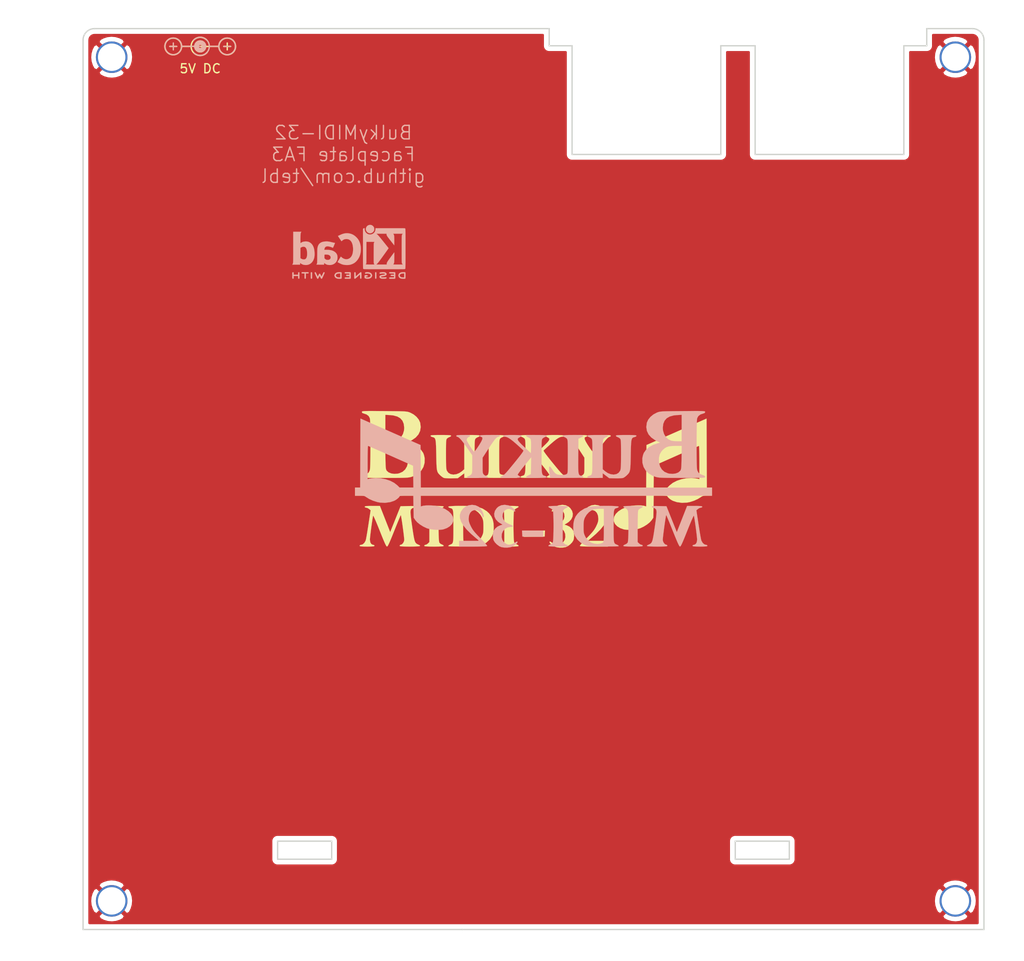
<source format=kicad_pcb>
(kicad_pcb (version 20171130) (host pcbnew "(5.1.8)-1")

  (general
    (thickness 1.6)
    (drawings 30)
    (tracks 0)
    (zones 0)
    (modules 8)
    (nets 2)
  )

  (page A4)
  (layers
    (0 F.Cu signal)
    (31 B.Cu signal)
    (32 B.Adhes user)
    (33 F.Adhes user)
    (34 B.Paste user)
    (35 F.Paste user)
    (36 B.SilkS user)
    (37 F.SilkS user)
    (38 B.Mask user)
    (39 F.Mask user)
    (40 Dwgs.User user)
    (41 Cmts.User user)
    (42 Eco1.User user)
    (43 Eco2.User user)
    (44 Edge.Cuts user)
    (45 Margin user)
    (46 B.CrtYd user)
    (47 F.CrtYd user)
    (48 B.Fab user)
    (49 F.Fab user)
  )

  (setup
    (last_trace_width 0.25)
    (user_trace_width 0.381)
    (trace_clearance 0.2)
    (zone_clearance 0.508)
    (zone_45_only no)
    (trace_min 0.2)
    (via_size 0.6)
    (via_drill 0.4)
    (via_min_size 0.4)
    (via_min_drill 0.3)
    (user_via 1 0.4)
    (uvia_size 0.3)
    (uvia_drill 0.1)
    (uvias_allowed no)
    (uvia_min_size 0.2)
    (uvia_min_drill 0.1)
    (edge_width 0.15)
    (segment_width 0.2)
    (pcb_text_width 0.3)
    (pcb_text_size 1.5 1.5)
    (mod_edge_width 0.15)
    (mod_text_size 1 1)
    (mod_text_width 0.15)
    (pad_size 1.524 1.524)
    (pad_drill 0.762)
    (pad_to_mask_clearance 0)
    (aux_axis_origin 0 0)
    (visible_elements 7FFFFFFF)
    (pcbplotparams
      (layerselection 0x011fc_ffffffff)
      (usegerberextensions true)
      (usegerberattributes false)
      (usegerberadvancedattributes false)
      (creategerberjobfile false)
      (excludeedgelayer true)
      (linewidth 0.100000)
      (plotframeref false)
      (viasonmask false)
      (mode 1)
      (useauxorigin false)
      (hpglpennumber 1)
      (hpglpenspeed 20)
      (hpglpendiameter 15.000000)
      (psnegative false)
      (psa4output false)
      (plotreference true)
      (plotvalue true)
      (plotinvisibletext false)
      (padsonsilk false)
      (subtractmaskfromsilk false)
      (outputformat 1)
      (mirror false)
      (drillshape 0)
      (scaleselection 1)
      (outputdirectory "export/"))
  )

  (net 0 "")
  (net 1 "Net-(M1-Pad1)")

  (net_class Default "This is the default net class."
    (clearance 0.2)
    (trace_width 0.25)
    (via_dia 0.6)
    (via_drill 0.4)
    (uvia_dia 0.3)
    (uvia_drill 0.1)
    (add_net "Net-(M1-Pad1)")
  )

  (net_class Power ""
    (clearance 0.381)
    (trace_width 0.381)
    (via_dia 1)
    (via_drill 0.4)
    (uvia_dia 0.3)
    (uvia_drill 0.1)
  )

  (module artwork:BulkyMIDI-32 locked (layer B.Cu) (tedit 0) (tstamp 6201EE61)
    (at 120.18 104.61 180)
    (fp_text reference G*** (at 0 0) (layer B.SilkS) hide
      (effects (font (size 1.524 1.524) (thickness 0.3)) (justify mirror))
    )
    (fp_text value LOGO (at 0.75 0) (layer B.SilkS) hide
      (effects (font (size 1.524 1.524) (thickness 0.3)) (justify mirror))
    )
    (fp_poly (pts (xy 8.13903 4.887112) (xy 8.360051 4.878329) (xy 8.492992 4.860721) (xy 8.55728 4.831861)
      (xy 8.5725 4.79425) (xy 8.524169 4.710008) (xy 8.482122 4.699) (xy 8.362249 4.659231)
      (xy 8.205901 4.535573) (xy 8.007133 4.321503) (xy 7.76 4.010497) (xy 7.458559 3.596033)
      (xy 7.396069 3.507073) (xy 6.7945 2.646762) (xy 6.7945 1.637995) (xy 6.795204 1.258666)
      (xy 6.799222 0.984999) (xy 6.809408 0.795658) (xy 6.828618 0.669307) (xy 6.859708 0.584609)
      (xy 6.905533 0.520227) (xy 6.950363 0.473364) (xy 7.093521 0.366085) (xy 7.228942 0.317723)
      (xy 7.236113 0.3175) (xy 7.341805 0.27847) (xy 7.366 0.22225) (xy 7.349923 0.187831)
      (xy 7.290853 0.162638) (xy 7.172527 0.145317) (xy 6.978686 0.134512) (xy 6.693068 0.128869)
      (xy 6.299412 0.127032) (xy 6.223 0.127) (xy 5.809967 0.12834) (xy 5.507654 0.133263)
      (xy 5.2998 0.143123) (xy 5.170142 0.159277) (xy 5.102421 0.183078) (xy 5.080375 0.215883)
      (xy 5.08 0.22225) (xy 5.133223 0.299758) (xy 5.209886 0.3175) (xy 5.34234 0.360555)
      (xy 5.487112 0.465025) (xy 5.495636 0.473364) (xy 5.558019 0.541527) (xy 5.601066 0.615232)
      (xy 5.628358 0.718031) (xy 5.643472 0.873478) (xy 5.649989 1.105125) (xy 5.651486 1.436524)
      (xy 5.6515 1.499033) (xy 5.6515 2.368838) (xy 4.97609 3.409122) (xy 4.698464 3.830512)
      (xy 4.474941 4.153643) (xy 4.295654 4.389967) (xy 4.150737 4.550939) (xy 4.030325 4.64801)
      (xy 3.92455 4.692634) (xy 3.864936 4.699) (xy 3.766771 4.741123) (xy 3.7465 4.79425)
      (xy 3.762747 4.829099) (xy 3.822471 4.854475) (xy 3.942142 4.87179) (xy 4.138232 4.882458)
      (xy 4.427212 4.887889) (xy 4.825554 4.889495) (xy 4.85775 4.8895) (xy 5.267062 4.887936)
      (xy 5.565396 4.882372) (xy 5.768741 4.871501) (xy 5.89309 4.854015) (xy 5.954434 4.828608)
      (xy 5.969 4.798667) (xy 5.914946 4.719972) (xy 5.826125 4.687542) (xy 5.710624 4.643326)
      (xy 5.666115 4.546787) (xy 5.695245 4.388134) (xy 5.800663 4.157575) (xy 5.985016 3.845317)
      (xy 6.103604 3.66159) (xy 6.295263 3.37579) (xy 6.432862 3.185714) (xy 6.5279 3.078313)
      (xy 6.591878 3.040542) (xy 6.635372 3.05834) (xy 6.753302 3.203994) (xy 6.898529 3.409727)
      (xy 7.053745 3.647431) (xy 7.201642 3.888998) (xy 7.32491 4.106321) (xy 7.406241 4.271292)
      (xy 7.4295 4.347929) (xy 7.382921 4.496786) (xy 7.272365 4.630058) (xy 7.141604 4.697629)
      (xy 7.122874 4.699001) (xy 7.056965 4.750251) (xy 7.0485 4.79425) (xy 7.067605 4.835317)
      (xy 7.137873 4.862944) (xy 7.278733 4.879562) (xy 7.509614 4.887598) (xy 7.8105 4.8895)
      (xy 8.13903 4.887112)) (layer B.SilkS) (width 0.01))
    (fp_poly (pts (xy 2.736097 4.887923) (xy 3.012875 4.882119) (xy 3.196983 4.87048) (xy 3.305575 4.851398)
      (xy 3.355804 4.823265) (xy 3.3655 4.79425) (xy 3.310186 4.717713) (xy 3.204639 4.699)
      (xy 3.064929 4.684486) (xy 2.912518 4.635613) (xy 2.736484 4.544382) (xy 2.525901 4.402796)
      (xy 2.269848 4.202858) (xy 1.957401 3.936571) (xy 1.577638 3.595937) (xy 1.119634 3.172958)
      (xy 1.11709 3.170586) (xy 1.12903 3.111063) (xy 1.212093 2.973323) (xy 1.368433 2.754558)
      (xy 1.600203 2.451957) (xy 1.909559 2.06271) (xy 2.298652 1.584007) (xy 2.769638 1.013038)
      (xy 2.78443 0.995207) (xy 3.037825 0.70707) (xy 3.258108 0.490735) (xy 3.429433 0.36135)
      (xy 3.467055 0.342524) (xy 3.611778 0.273715) (xy 3.671564 0.220515) (xy 3.639118 0.181167)
      (xy 3.507144 0.153914) (xy 3.268349 0.137001) (xy 2.915435 0.128671) (xy 2.57175 0.127)
      (xy 2.150252 0.129156) (xy 1.842163 0.136274) (xy 1.63395 0.149331) (xy 1.512085 0.169303)
      (xy 1.463037 0.197167) (xy 1.4605 0.207193) (xy 1.512024 0.292712) (xy 1.599267 0.350068)
      (xy 1.715539 0.423612) (xy 1.758416 0.477448) (xy 1.726594 0.544745) (xy 1.625865 0.693601)
      (xy 1.468257 0.907705) (xy 1.265799 1.170746) (xy 1.030518 1.466412) (xy 1.014653 1.486029)
      (xy 0.250508 2.429912) (xy 0.28575 0.53975) (xy 0.553323 0.41275) (xy 0.725768 0.323625)
      (xy 0.816917 0.254611) (xy 0.81945 0.203307) (xy 0.726045 0.16731) (xy 0.529382 0.144218)
      (xy 0.222139 0.131629) (xy -0.203005 0.12714) (xy -0.3175 0.127) (xy -0.733768 0.128533)
      (xy -1.038775 0.133956) (xy -1.248234 0.144509) (xy -1.377858 0.161434) (xy -1.443358 0.18597)
      (xy -1.4605 0.217205) (xy -1.405515 0.292536) (xy -1.272968 0.348588) (xy -1.270079 0.349233)
      (xy -1.166135 0.375651) (xy -1.083042 0.41319) (xy -1.018468 0.475153) (xy -0.970078 0.574843)
      (xy -0.935542 0.725562) (xy -0.912527 0.940612) (xy -0.898698 1.233296) (xy -0.891725 1.616915)
      (xy -0.889274 2.104773) (xy -0.889 2.52238) (xy -0.889391 3.058343) (xy -0.891172 3.481789)
      (xy -0.895259 3.807199) (xy -0.902567 4.049056) (xy -0.914011 4.22184) (xy -0.930506 4.340035)
      (xy -0.952966 4.418121) (xy -0.982307 4.47058) (xy -1.014385 4.506885) (xy -1.17054 4.618766)
      (xy -1.300135 4.672519) (xy -1.420051 4.732468) (xy -1.4605 4.801134) (xy -1.439639 4.833434)
      (xy -1.366759 4.857111) (xy -1.226421 4.873359) (xy -1.003184 4.883373) (xy -0.681605 4.888345)
      (xy -0.3175 4.8895) (xy 0.106913 4.887576) (xy 0.418537 4.881119) (xy 0.631534 4.869109)
      (xy 0.760067 4.850524) (xy 0.818298 4.82434) (xy 0.8255 4.807007) (xy 0.771497 4.733722)
      (xy 0.63813 4.65778) (xy 0.603292 4.644162) (xy 0.437092 4.558348) (xy 0.323435 4.454322)
      (xy 0.315524 4.441308) (xy 0.289339 4.326284) (xy 0.272068 4.112373) (xy 0.26527 3.827479)
      (xy 0.267856 3.589193) (xy 0.28575 2.859579) (xy 1.035192 3.565429) (xy 1.345859 3.863549)
      (xy 1.565964 4.092189) (xy 1.701605 4.264245) (xy 1.758882 4.392612) (xy 1.743893 4.490187)
      (xy 1.662737 4.569864) (xy 1.541249 4.6355) (xy 1.404467 4.719148) (xy 1.336481 4.80004)
      (xy 1.334874 4.810125) (xy 1.366088 4.84157) (xy 1.470038 4.864167) (xy 1.660301 4.878979)
      (xy 1.950458 4.88707) (xy 2.3495 4.8895) (xy 2.736097 4.887923)) (layer B.SilkS) (width 0.01))
    (fp_poly (pts (xy -3.963716 4.887888) (xy -3.657459 4.882253) (xy -3.447288 4.871404) (xy -3.317762 4.854145)
      (xy -3.253441 4.829284) (xy -3.2385 4.801134) (xy -3.292675 4.72146) (xy -3.398866 4.672519)
      (xy -3.569201 4.595152) (xy -3.684616 4.506885) (xy -3.720644 4.465094) (xy -3.749032 4.4104)
      (xy -3.770685 4.328369) (xy -3.786512 4.204563) (xy -3.797419 4.024548) (xy -3.804314 3.773888)
      (xy -3.808104 3.438148) (xy -3.809697 3.002891) (xy -3.81 2.511851) (xy -3.809806 1.976091)
      (xy -3.808541 1.553098) (xy -3.805185 1.22864) (xy -3.798719 0.988484) (xy -3.788121 0.818397)
      (xy -3.772372 0.704147) (xy -3.75045 0.631501) (xy -3.721336 0.586226) (xy -3.68401 0.55409)
      (xy -3.668871 0.543351) (xy -3.49875 0.478762) (xy -3.252004 0.448471) (xy -2.974368 0.452767)
      (xy -2.711578 0.491933) (xy -2.569791 0.536477) (xy -2.385607 0.658174) (xy -2.198944 0.877604)
      (xy -2.111456 1.009856) (xy -1.948978 1.250766) (xy -1.833339 1.37458) (xy -1.761377 1.380941)
      (xy -1.729925 1.269494) (xy -1.73582 1.039884) (xy -1.742319 0.968375) (xy -1.770025 0.712117)
      (xy -1.799272 0.476231) (xy -1.820284 0.333375) (xy -1.855634 0.127) (xy -3.690067 0.127)
      (xy -4.230679 0.127833) (xy -4.656964 0.130744) (xy -4.981589 0.136357) (xy -5.217221 0.145296)
      (xy -5.376524 0.158182) (xy -5.472164 0.175639) (xy -5.516808 0.198289) (xy -5.5245 0.217205)
      (xy -5.469636 0.293372) (xy -5.340585 0.347804) (xy -5.234537 0.372842) (xy -5.149746 0.40519)
      (xy -5.08397 0.458073) (xy -5.034967 0.544713) (xy -5.000496 0.678336) (xy -4.978314 0.872164)
      (xy -4.966181 1.139422) (xy -4.961853 1.493333) (xy -4.963091 1.947122) (xy -4.967651 2.514012)
      (xy -4.96793 2.546046) (xy -4.98475 4.47675) (xy -5.252324 4.60375) (xy -5.424769 4.692876)
      (xy -5.515918 4.76189) (xy -5.518451 4.813194) (xy -5.425046 4.849191) (xy -5.228383 4.872283)
      (xy -4.92114 4.884872) (xy -4.495996 4.889361) (xy -4.3815 4.8895) (xy -3.963716 4.887888)) (layer B.SilkS) (width 0.01))
    (fp_poly (pts (xy -17.498605 7.550458) (xy -16.939835 7.546588) (xy -16.557625 7.543618) (xy -15.929063 7.53849)
      (xy -15.413977 7.533453) (xy -14.998846 7.527698) (xy -14.67015 7.520414) (xy -14.414369 7.510793)
      (xy -14.217981 7.498025) (xy -14.067466 7.4813) (xy -13.949303 7.45981) (xy -13.849972 7.432744)
      (xy -13.755952 7.399293) (xy -13.686219 7.37171) (xy -13.308529 7.170945) (xy -12.982798 6.902956)
      (xy -12.733104 6.592462) (xy -12.583524 6.264185) (xy -12.574844 6.230686) (xy -12.521012 5.767746)
      (xy -12.587613 5.34079) (xy -12.771894 4.954913) (xy -13.071102 4.615211) (xy -13.482483 4.326778)
      (xy -13.650666 4.239738) (xy -14.06525 4.041391) (xy -13.7795 3.967775) (xy -13.272329 3.790973)
      (xy -12.835359 3.54511) (xy -12.486167 3.242431) (xy -12.243858 2.898179) (xy -12.163074 2.684349)
      (xy -12.100699 2.42059) (xy -12.081226 2.278463) (xy -12.093888 1.783217) (xy -12.221398 1.335321)
      (xy -12.457663 0.943369) (xy -12.79659 0.615957) (xy -13.232083 0.361679) (xy -13.516314 0.254293)
      (xy -13.624474 0.222387) (xy -13.736018 0.196285) (xy -13.864427 0.175408) (xy -14.023185 0.159178)
      (xy -14.225776 0.147016) (xy -14.485683 0.138346) (xy -14.816389 0.132588) (xy -15.231377 0.129164)
      (xy -15.74413 0.127497) (xy -16.368132 0.127008) (xy -16.484939 0.127) (xy -17.122984 0.127216)
      (xy -17.645535 0.128217) (xy -18.064097 0.130537) (xy -18.390175 0.134709) (xy -18.635275 0.141264)
      (xy -18.810902 0.150735) (xy -18.928562 0.163656) (xy -18.999761 0.180558) (xy -19.036002 0.201975)
      (xy -19.048793 0.228439) (xy -19.05 0.245748) (xy -19.008265 0.337541) (xy -18.869388 0.411593)
      (xy -18.768705 0.443253) (xy -18.476279 0.562406) (xy -18.283233 0.737915) (xy -18.167044 0.990523)
      (xy -18.164454 0.999712) (xy -18.147644 1.125262) (xy -18.13325 1.360884) (xy -18.12127 1.689673)
      (xy -18.111699 2.094724) (xy -18.104537 2.559132) (xy -18.099781 3.065991) (xy -18.097429 3.598397)
      (xy -18.097436 3.683) (xy -16.457789 3.683) (xy -16.43627 2.385779) (xy -16.428094 1.944254)
      (xy -16.418922 1.611129) (xy -16.406809 1.367808) (xy -16.389808 1.195695) (xy -16.365975 1.076195)
      (xy -16.333362 0.990711) (xy -16.290026 0.920647) (xy -16.281803 0.909404) (xy -16.078636 0.73445)
      (xy -15.791 0.620271) (xy -15.449019 0.572892) (xy -15.082817 0.598339) (xy -14.915031 0.636019)
      (xy -14.538606 0.800138) (xy -14.246885 1.057009) (xy -14.043977 1.40123) (xy -13.933994 1.827399)
      (xy -13.921908 1.940945) (xy -13.922642 2.379761) (xy -14.008545 2.743799) (xy -14.18835 3.059704)
      (xy -14.347763 3.240044) (xy -14.55243 3.419713) (xy -14.764263 3.545206) (xy -15.011653 3.625131)
      (xy -15.32299 3.668098) (xy -15.726668 3.682715) (xy -15.808637 3.683) (xy -16.457789 3.683)
      (xy -18.097436 3.683) (xy -18.097478 4.139446) (xy -18.097714 4.191) (xy -16.4465 4.191)
      (xy -15.986125 4.191355) (xy -15.715571 4.201127) (xy -15.459263 4.226319) (xy -15.283131 4.25908)
      (xy -14.957821 4.412358) (xy -14.689253 4.664747) (xy -14.490694 4.996031) (xy -14.37541 5.385994)
      (xy -14.351355 5.678901) (xy -14.399779 6.116514) (xy -14.544448 6.472804) (xy -14.786421 6.74875)
      (xy -15.126761 6.945329) (xy -15.566526 7.06352) (xy -15.889746 7.097871) (xy -16.4465 7.129616)
      (xy -16.4465 4.191) (xy -18.097714 4.191) (xy -18.099926 4.67223) (xy -18.10477 5.179847)
      (xy -18.112009 5.64539) (xy -18.121639 6.051955) (xy -18.133659 6.382637) (xy -18.148066 6.62053)
      (xy -18.164858 6.74873) (xy -18.165251 6.750179) (xy -18.295136 6.989741) (xy -18.526464 7.16983)
      (xy -18.842474 7.277415) (xy -18.843625 7.277633) (xy -18.99816 7.332706) (xy -19.049675 7.428702)
      (xy -19.05 7.43996) (xy -19.046437 7.470992) (xy -19.02795 7.4962) (xy -18.982849 7.516071)
      (xy -18.899443 7.531092) (xy -18.766038 7.541749) (xy -18.570944 7.548528) (xy -18.302468 7.551915)
      (xy -17.948919 7.552396) (xy -17.498605 7.550458)) (layer B.SilkS) (width 0.01))
    (fp_poly (pts (xy -6.694216 4.887888) (xy -6.387959 4.882253) (xy -6.177788 4.871404) (xy -6.048262 4.854145)
      (xy -5.983941 4.829284) (xy -5.969 4.801134) (xy -6.023175 4.72146) (xy -6.129366 4.672519)
      (xy -6.299701 4.595152) (xy -6.415116 4.506885) (xy -6.450925 4.465377) (xy -6.47919 4.411057)
      (xy -6.500801 4.329599) (xy -6.516646 4.206678) (xy -6.527615 4.027969) (xy -6.534595 3.779145)
      (xy -6.538477 3.445881) (xy -6.540149 3.013852) (xy -6.5405 2.486342) (xy -6.540337 1.924371)
      (xy -6.538174 1.475864) (xy -6.531498 1.127285) (xy -6.517799 0.8651) (xy -6.494565 0.675773)
      (xy -6.459286 0.545768) (xy -6.40945 0.461552) (xy -6.342544 0.409588) (xy -6.256059 0.37634)
      (xy -6.147483 0.348275) (xy -6.143625 0.347314) (xy -6.017186 0.288187) (xy -5.969 0.215367)
      (xy -5.992203 0.178685) (xy -6.073385 0.153298) (xy -6.229913 0.137415) (xy -6.47915 0.129246)
      (xy -6.82625 0.127) (xy -7.6835 0.127) (xy -7.6835 0.639115) (xy -8.043425 0.367183)
      (xy -8.40335 0.09525) (xy -9.10705 0.080703) (xy -9.409513 0.080544) (xy -9.678665 0.091463)
      (xy -9.880745 0.111458) (xy -9.9695 0.131823) (xy -10.114663 0.217093) (xy -10.286142 0.351136)
      (xy -10.340043 0.400371) (xy -10.460306 0.51825) (xy -10.555377 0.626206) (xy -10.62854 0.740669)
      (xy -10.683079 0.878068) (xy -10.722278 1.054831) (xy -10.749422 1.287389) (xy -10.767795 1.59217)
      (xy -10.780682 1.985604) (xy -10.791365 2.48412) (xy -10.795 2.676255) (xy -10.805908 3.217276)
      (xy -10.818153 3.645364) (xy -10.834916 3.974571) (xy -10.859379 4.218951) (xy -10.894725 4.392556)
      (xy -10.944133 4.509439) (xy -11.010787 4.583654) (xy -11.097866 4.629253) (xy -11.208554 4.66029)
      (xy -11.246085 4.668697) (xy -11.37681 4.724318) (xy -11.43 4.799296) (xy -11.410587 4.832147)
      (xy -11.341872 4.856218) (xy -11.208142 4.872749) (xy -10.993686 4.882978) (xy -10.682792 4.888148)
      (xy -10.287 4.8895) (xy -9.869216 4.887888) (xy -9.562959 4.882253) (xy -9.352788 4.871404)
      (xy -9.223262 4.854145) (xy -9.158941 4.829284) (xy -9.144 4.801134) (xy -9.198175 4.72146)
      (xy -9.304366 4.672519) (xy -9.474701 4.595152) (xy -9.590116 4.506885) (xy -9.628486 4.462041)
      (xy -9.658132 4.403298) (xy -9.680172 4.315021) (xy -9.695727 4.181578) (xy -9.705916 3.987334)
      (xy -9.711858 3.716656) (xy -9.714673 3.35391) (xy -9.715481 2.883463) (xy -9.7155 2.755972)
      (xy -9.714407 2.241896) (xy -9.710524 1.838741) (xy -9.702947 1.530446) (xy -9.690773 1.300946)
      (xy -9.673096 1.134178) (xy -9.649013 1.014079) (xy -9.617619 0.924584) (xy -9.611688 0.911675)
      (xy -9.440626 0.684686) (xy -9.198359 0.545325) (xy -8.905885 0.493892) (xy -8.584209 0.530682)
      (xy -8.25433 0.655995) (xy -7.937251 0.870129) (xy -7.917007 0.887635) (xy -7.6835 1.092657)
      (xy -7.6835 2.737079) (xy -7.683989 3.238189) (xy -7.686189 3.627831) (xy -7.691201 3.921536)
      (xy -7.700124 4.134832) (xy -7.714059 4.283252) (xy -7.734107 4.382324) (xy -7.761366 4.44758)
      (xy -7.796939 4.494549) (xy -7.808885 4.506885) (xy -7.96504 4.618766) (xy -8.094635 4.672519)
      (xy -8.214551 4.732468) (xy -8.255 4.801134) (xy -8.234139 4.833434) (xy -8.161259 4.857111)
      (xy -8.020921 4.873359) (xy -7.797684 4.883373) (xy -7.476105 4.888345) (xy -7.112 4.8895)
      (xy -6.694216 4.887888)) (layer B.SilkS) (width 0.01))
    (fp_poly (pts (xy 19.225116 2.880962) (xy 19.241483 -0.9525) (xy 19.812 -0.9525) (xy 19.812 -1.8415)
      (xy 19.299763 -1.8415) (xy 19.029429 -1.846526) (xy 18.847433 -1.867169) (xy 18.715319 -1.911776)
      (xy 18.594632 -1.988694) (xy 18.583762 -1.996918) (xy 18.236292 -2.213871) (xy 17.813414 -2.404496)
      (xy 17.366602 -2.547991) (xy 17.069343 -2.608933) (xy 16.480995 -2.639883) (xy 15.909634 -2.561499)
      (xy 15.479688 -2.419788) (xy 15.288561 -2.316519) (xy 15.101166 -2.181975) (xy 14.949658 -2.043275)
      (xy 14.866197 -1.927539) (xy 14.859 -1.89634) (xy 14.799607 -1.875121) (xy 14.637829 -1.857722)
      (xy 14.398263 -1.845922) (xy 14.105507 -1.841501) (xy 14.100773 -1.8415) (xy 13.342547 -1.8415)
      (xy 13.322898 -3.063875) (xy 13.30325 -4.28625) (xy 13.119735 -4.556807) (xy 12.907433 -4.797064)
      (xy 12.604957 -5.042059) (xy 12.245923 -5.268152) (xy 11.863944 -5.451701) (xy 11.825956 -5.466737)
      (xy 11.539542 -5.546201) (xy 11.176021 -5.602402) (xy 10.781807 -5.632293) (xy 10.403315 -5.632828)
      (xy 10.086958 -5.60096) (xy 10.015061 -5.585622) (xy 9.611986 -5.441917) (xy 9.284945 -5.237694)
      (xy 9.047815 -4.986225) (xy 8.914471 -4.70078) (xy 8.89 -4.509613) (xy 8.951692 -4.18186)
      (xy 9.130207 -3.871743) (xy 9.415704 -3.587672) (xy 9.79834 -3.33806) (xy 10.268276 -3.131317)
      (xy 10.633716 -3.019242) (xy 10.911069 -2.968022) (xy 11.250529 -2.935572) (xy 11.609802 -2.922886)
      (xy 11.946596 -2.930955) (xy 12.218615 -2.960771) (xy 12.303544 -2.980067) (xy 12.5095 -3.039134)
      (xy 12.5095 -1.8415) (xy -19.812 -1.8415) (xy -19.812 -0.9525) (xy 12.507954 -0.9525)
      (xy 13.332257 -0.9525) (xy 14.859 -0.9525) (xy 15.106794 -0.704705) (xy 15.465315 -0.423141)
      (xy 15.914584 -0.191299) (xy 16.424864 -0.018749) (xy 16.966418 0.084937) (xy 17.509507 0.110188)
      (xy 17.62125 0.104611) (xy 17.881423 0.082901) (xy 18.107246 0.05695) (xy 18.25638 0.031766)
      (xy 18.272125 0.027609) (xy 18.415 -0.014812) (xy 18.415 1.834094) (xy 18.413432 2.303801)
      (xy 18.409 2.729406) (xy 18.402108 3.09518) (xy 18.393164 3.385395) (xy 18.382571 3.584322)
      (xy 18.370736 3.676235) (xy 18.367375 3.680663) (xy 18.301046 3.655165) (xy 18.130926 3.583241)
      (xy 17.869202 3.470218) (xy 17.52806 3.321421) (xy 17.119687 3.142177) (xy 16.656269 2.937813)
      (xy 16.149992 2.713654) (xy 15.84325 2.577441) (xy 13.36675 1.476558) (xy 13.349503 0.262029)
      (xy 13.332257 -0.9525) (xy 12.507954 -0.9525) (xy 12.54125 3.777568) (xy 19.20875 6.714424)
      (xy 19.225116 2.880962)) (layer B.SilkS) (width 0.01))
    (fp_poly (pts (xy 1.23825 -6.38175) (xy -1.0795 -6.416364) (xy -1.0795 -5.715) (xy 1.276636 -5.715)
      (xy 1.23825 -6.38175)) (layer B.SilkS) (width 0.01))
    (fp_poly (pts (xy 7.203418 -2.917091) (xy 7.556012 -3.070997) (xy 7.834796 -3.302111) (xy 8.059858 -3.624677)
      (xy 8.169053 -3.96806) (xy 8.16147 -4.334508) (xy 8.036202 -4.726269) (xy 7.79234 -5.145592)
      (xy 7.428974 -5.594724) (xy 6.945195 -6.075915) (xy 6.586731 -6.389369) (xy 6.028184 -6.858)
      (xy 8.255 -6.858) (xy 8.255 -7.493) (xy 6.69925 -7.493) (xy 6.191329 -7.491552)
      (xy 5.798679 -7.486812) (xy 5.5096 -7.478183) (xy 5.312392 -7.465067) (xy 5.195354 -7.446867)
      (xy 5.146787 -7.422986) (xy 5.143791 -7.413625) (xy 5.18655 -7.344533) (xy 5.304965 -7.20216)
      (xy 5.484543 -7.002677) (xy 5.710791 -6.762256) (xy 5.926298 -6.5405) (xy 6.236491 -6.220693)
      (xy 6.471183 -5.964566) (xy 6.648235 -5.749705) (xy 6.78551 -5.553696) (xy 6.900872 -5.354126)
      (xy 6.95259 -5.25275) (xy 7.083453 -4.968832) (xy 7.158812 -4.746222) (xy 7.191646 -4.539272)
      (xy 7.196338 -4.3955) (xy 7.152988 -4.03276) (xy 7.030727 -3.746436) (xy 6.84017 -3.548059)
      (xy 6.591929 -3.449162) (xy 6.330165 -3.454325) (xy 6.120352 -3.545244) (xy 5.912981 -3.717206)
      (xy 5.74875 -3.930154) (xy 5.677283 -4.096914) (xy 5.620141 -4.22878) (xy 5.56197 -4.239394)
      (xy 5.526905 -4.131985) (xy 5.5245 -4.076467) (xy 5.569611 -3.841821) (xy 5.687642 -3.573034)
      (xy 5.852637 -3.315671) (xy 6.03864 -3.115296) (xy 6.096911 -3.071609) (xy 6.44455 -2.913508)
      (xy 6.823158 -2.863298) (xy 7.203418 -2.917091)) (layer B.SilkS) (width 0.01))
    (fp_poly (pts (xy -2.319219 -2.986575) (xy -2.020415 -2.993537) (xy -1.819624 -3.006492) (xy -1.702379 -3.026546)
      (xy -1.654215 -3.054803) (xy -1.651 -3.066993) (xy -1.704941 -3.140805) (xy -1.837741 -3.216218)
      (xy -1.867782 -3.227876) (xy -2.061614 -3.347079) (xy -2.153532 -3.504108) (xy -2.177354 -3.637512)
      (xy -2.196244 -3.872381) (xy -2.210274 -4.187148) (xy -2.219519 -4.560248) (xy -2.224052 -4.970114)
      (xy -2.223948 -5.395182) (xy -2.219281 -5.813885) (xy -2.210125 -6.204656) (xy -2.196553 -6.545931)
      (xy -2.17864 -6.816143) (xy -2.156459 -6.993727) (xy -2.141384 -7.046354) (xy -2.021068 -7.178226)
      (xy -1.85657 -7.261915) (xy -1.717322 -7.324743) (xy -1.651743 -7.3994) (xy -1.651 -7.406935)
      (xy -1.674332 -7.439378) (xy -1.754582 -7.462925) (xy -1.907133 -7.478803) (xy -2.147366 -7.488239)
      (xy -2.490664 -7.492458) (xy -2.7305 -7.493) (xy -3.130501 -7.49155) (xy -3.420215 -7.486219)
      (xy -3.616331 -7.475535) (xy -3.735539 -7.458025) (xy -3.794529 -7.432216) (xy -3.81 -7.39775)
      (xy -3.756777 -7.320242) (xy -3.680114 -7.3025) (xy -3.54766 -7.259445) (xy -3.402888 -7.154975)
      (xy -3.394364 -7.146636) (xy -3.2385 -6.990772) (xy -3.2385 -5.30927) (xy -3.240708 -4.851781)
      (xy -3.246926 -4.429615) (xy -3.256548 -4.061416) (xy -3.268966 -3.765832) (xy -3.283573 -3.561507)
      (xy -3.298367 -3.470308) (xy -3.412459 -3.325966) (xy -3.584117 -3.231167) (xy -3.73032 -3.158563)
      (xy -3.806763 -3.082079) (xy -3.81 -3.066993) (xy -3.782845 -3.035564) (xy -3.691735 -3.01273)
      (xy -3.522205 -2.997385) (xy -3.259788 -2.988426) (xy -2.89002 -2.984745) (xy -2.7305 -2.9845)
      (xy -2.319219 -2.986575)) (layer B.SilkS) (width 0.01))
    (fp_poly (pts (xy -7.505535 -2.982695) (xy -7.121606 -2.994923) (xy -6.771974 -3.013263) (xy -6.476779 -3.037658)
      (xy -6.256163 -3.068055) (xy -6.193471 -3.081839) (xy -5.646244 -3.282175) (xy -5.183178 -3.575405)
      (xy -4.919481 -3.82538) (xy -4.682472 -4.141005) (xy -4.52602 -4.48368) (xy -4.440399 -4.883158)
      (xy -4.415863 -5.36575) (xy -4.423027 -5.667551) (xy -4.447065 -5.888577) (xy -4.496693 -6.074793)
      (xy -4.580629 -6.272162) (xy -4.592437 -6.296746) (xy -4.862885 -6.711541) (xy -5.236344 -7.055308)
      (xy -5.64388 -7.293917) (xy -5.752573 -7.34359) (xy -5.85297 -7.382495) (xy -5.962049 -7.412153)
      (xy -6.096791 -7.434084) (xy -6.274175 -7.449809) (xy -6.511181 -7.46085) (xy -6.824788 -7.468726)
      (xy -7.231977 -7.474958) (xy -7.731125 -7.480857) (xy -8.303419 -7.485421) (xy -8.754435 -7.484622)
      (xy -9.089789 -7.478299) (xy -9.315098 -7.466293) (xy -9.435975 -7.448444) (xy -9.4615 -7.43166)
      (xy -9.408592 -7.362311) (xy -9.286992 -7.296508) (xy -9.174329 -7.253307) (xy -9.085273 -7.20947)
      (xy -9.017051 -7.150627) (xy -8.966892 -7.062407) (xy -8.932021 -6.93044) (xy -8.909668 -6.740356)
      (xy -8.89706 -6.477783) (xy -8.891424 -6.128351) (xy -8.889988 -5.67769) (xy -8.89 -5.23875)
      (xy -8.890242 -4.692976) (xy -8.892778 -4.260262) (xy -8.90033 -3.926668) (xy -8.915618 -3.678252)
      (xy -8.941361 -3.501077) (xy -8.98028 -3.381201) (xy -9.035094 -3.304685) (xy -9.03928 -3.302)
      (xy -7.8105 -3.302) (xy -7.8105 -5.135724) (xy -7.809724 -5.675878) (xy -7.806924 -6.102766)
      (xy -7.801394 -6.430117) (xy -7.792428 -6.671659) (xy -7.779318 -6.84112) (xy -7.761359 -6.952227)
      (xy -7.737845 -7.01871) (xy -7.711923 -7.051261) (xy -7.565697 -7.12427) (xy -7.352841 -7.180532)
      (xy -7.133672 -7.206969) (xy -7.01675 -7.202017) (xy -6.866679 -7.178813) (xy -6.675333 -7.148634)
      (xy -6.663167 -7.146696) (xy -6.360291 -7.038965) (xy -6.07409 -6.827195) (xy -5.831303 -6.533949)
      (xy -5.733972 -6.362659) (xy -5.654112 -6.188814) (xy -5.602439 -6.034138) (xy -5.572924 -5.862658)
      (xy -5.55954 -5.638406) (xy -5.556258 -5.325409) (xy -5.55625 -5.30225) (xy -5.560098 -4.971479)
      (xy -5.575157 -4.731614) (xy -5.606702 -4.546703) (xy -5.660008 -4.38079) (xy -5.707974 -4.267982)
      (xy -5.898311 -3.954644) (xy -6.156877 -3.676375) (xy -6.448646 -3.466131) (xy -6.655235 -3.376677)
      (xy -6.850082 -3.338025) (xy -7.111893 -3.311042) (xy -7.357493 -3.302) (xy -7.8105 -3.302)
      (xy -9.03928 -3.302) (xy -9.108524 -3.257588) (xy -9.203291 -3.225971) (xy -9.286875 -3.204813)
      (xy -9.413315 -3.145686) (xy -9.4615 -3.072866) (xy -9.401442 -3.040765) (xy -9.234693 -3.015163)
      (xy -8.981396 -2.996004) (xy -8.661691 -2.983233) (xy -8.295718 -2.976795) (xy -7.903619 -2.976634)
      (xy -7.505535 -2.982695)) (layer B.SilkS) (width 0.01))
    (fp_poly (pts (xy -10.637719 -2.986575) (xy -10.338915 -2.993537) (xy -10.138124 -3.006492) (xy -10.020879 -3.026546)
      (xy -9.972715 -3.054803) (xy -9.9695 -3.066993) (xy -10.023441 -3.140805) (xy -10.156241 -3.216218)
      (xy -10.186282 -3.227876) (xy -10.380114 -3.347079) (xy -10.472032 -3.504108) (xy -10.495854 -3.637512)
      (xy -10.514744 -3.872381) (xy -10.528774 -4.187148) (xy -10.538019 -4.560248) (xy -10.542552 -4.970114)
      (xy -10.542448 -5.395182) (xy -10.537781 -5.813885) (xy -10.528625 -6.204656) (xy -10.515053 -6.545931)
      (xy -10.49714 -6.816143) (xy -10.474959 -6.993727) (xy -10.459884 -7.046354) (xy -10.339568 -7.178226)
      (xy -10.17507 -7.261915) (xy -10.035822 -7.324743) (xy -9.970243 -7.3994) (xy -9.9695 -7.406935)
      (xy -9.992832 -7.439378) (xy -10.073082 -7.462925) (xy -10.225633 -7.478803) (xy -10.465866 -7.488239)
      (xy -10.809164 -7.492458) (xy -11.049 -7.493) (xy -11.449001 -7.49155) (xy -11.738715 -7.486219)
      (xy -11.934831 -7.475535) (xy -12.054039 -7.458025) (xy -12.113029 -7.432216) (xy -12.1285 -7.39775)
      (xy -12.075277 -7.320242) (xy -11.998614 -7.3025) (xy -11.86616 -7.259445) (xy -11.721388 -7.154975)
      (xy -11.712864 -7.146636) (xy -11.557 -6.990772) (xy -11.557 -5.30927) (xy -11.559208 -4.851781)
      (xy -11.565426 -4.429615) (xy -11.575048 -4.061416) (xy -11.587466 -3.765832) (xy -11.602073 -3.561507)
      (xy -11.616867 -3.470308) (xy -11.730959 -3.325966) (xy -11.902617 -3.231167) (xy -12.04882 -3.158563)
      (xy -12.125263 -3.082079) (xy -12.1285 -3.066993) (xy -12.101345 -3.035564) (xy -12.010235 -3.01273)
      (xy -11.840705 -2.997385) (xy -11.578288 -2.988426) (xy -11.20852 -2.984745) (xy -11.049 -2.9845)
      (xy -10.637719 -2.986575)) (layer B.SilkS) (width 0.01))
    (fp_poly (pts (xy -16.478224 -4.43803) (xy -15.907444 -5.891561) (xy -15.332368 -4.453905) (xy -14.757291 -3.01625)
      (xy -13.950896 -2.998477) (xy -13.613578 -2.992998) (xy -13.383728 -2.995355) (xy -13.241953 -3.007456)
      (xy -13.168859 -3.031211) (xy -13.145054 -3.068529) (xy -13.1445 -3.077852) (xy -13.196932 -3.158029)
      (xy -13.264466 -3.175) (xy -13.401424 -3.213581) (xy -13.527022 -3.290463) (xy -13.583673 -3.347136)
      (xy -13.624447 -3.422024) (xy -13.648783 -3.528882) (xy -13.65612 -3.681464) (xy -13.645899 -3.893526)
      (xy -13.61756 -4.178822) (xy -13.570541 -4.551106) (xy -13.504284 -5.024133) (xy -13.437888 -5.478647)
      (xy -13.363575 -5.973892) (xy -13.300684 -6.359238) (xy -13.243394 -6.650611) (xy -13.185884 -6.863934)
      (xy -13.122334 -7.015135) (xy -13.046923 -7.120137) (xy -12.953831 -7.194867) (xy -12.837237 -7.255248)
      (xy -12.779375 -7.280366) (xy -12.639787 -7.347799) (xy -12.583328 -7.40003) (xy -12.617522 -7.438766)
      (xy -12.74989 -7.465715) (xy -12.987953 -7.482584) (xy -13.339233 -7.491081) (xy -13.716 -7.493)
      (xy -14.129033 -7.49166) (xy -14.431346 -7.486737) (xy -14.6392 -7.476877) (xy -14.768858 -7.460723)
      (xy -14.836579 -7.436922) (xy -14.858625 -7.404117) (xy -14.859 -7.39775) (xy -14.807943 -7.314253)
      (xy -14.760864 -7.3025) (xy -14.607631 -7.245717) (xy -14.469437 -7.100822) (xy -14.37471 -6.905995)
      (xy -14.34929 -6.749761) (xy -14.356952 -6.612063) (xy -14.379139 -6.386247) (xy -14.412819 -6.094227)
      (xy -14.454959 -5.757917) (xy -14.502528 -5.39923) (xy -14.552492 -5.040081) (xy -14.601819 -4.702382)
      (xy -14.647476 -4.408048) (xy -14.68643 -4.178992) (xy -14.715649 -4.037128) (xy -14.729673 -4.001098)
      (xy -14.760808 -4.05792) (xy -14.832356 -4.218367) (xy -14.938245 -4.467874) (xy -15.072401 -4.791879)
      (xy -15.228751 -5.175819) (xy -15.401223 -5.605132) (xy -15.457885 -5.747348) (xy -15.66842 -6.272678)
      (xy -15.839373 -6.689114) (xy -15.975423 -7.006803) (xy -16.08125 -7.235888) (xy -16.161532 -7.386515)
      (xy -16.220948 -7.468829) (xy -16.262985 -7.493) (xy -16.306393 -7.467309) (xy -16.365948 -7.383478)
      (xy -16.4463 -7.231366) (xy -16.5521 -7.000831) (xy -16.688 -6.681734) (xy -16.858652 -6.263933)
      (xy -17.068706 -5.737289) (xy -17.071244 -5.730875) (xy -17.246671 -5.29327) (xy -17.408096 -4.901507)
      (xy -17.549601 -4.569091) (xy -17.665266 -4.309527) (xy -17.749172 -4.136322) (xy -17.7954 -4.06298)
      (xy -17.80182 -4.064) (xy -17.829275 -4.182547) (xy -17.867674 -4.40199) (xy -17.913609 -4.697037)
      (xy -17.963675 -5.042397) (xy -18.014466 -5.412779) (xy -18.062576 -5.78289) (xy -18.104598 -6.12744)
      (xy -18.137128 -6.421138) (xy -18.156757 -6.638691) (xy -18.161001 -6.731101) (xy -18.123061 -7.006439)
      (xy -18.016207 -7.199659) (xy -17.850885 -7.295096) (xy -17.78 -7.3025) (xy -17.676572 -7.342204)
      (xy -17.653 -7.39775) (xy -17.671398 -7.437419) (xy -17.739113 -7.464608) (xy -17.874932 -7.481485)
      (xy -18.09764 -7.490215) (xy -18.426023 -7.492968) (xy -18.4785 -7.493) (xy -18.822305 -7.490877)
      (xy -19.057945 -7.483063) (xy -19.204204 -7.467392) (xy -19.279869 -7.441695) (xy -19.303725 -7.403805)
      (xy -19.304 -7.39775) (xy -19.248646 -7.321238) (xy -19.142364 -7.3025) (xy -18.952538 -7.243777)
      (xy -18.778092 -7.085764) (xy -18.64543 -6.855688) (xy -18.611455 -6.754985) (xy -18.582762 -6.623259)
      (xy -18.53905 -6.386891) (xy -18.483881 -6.066876) (xy -18.42082 -5.684204) (xy -18.353431 -5.259868)
      (xy -18.31165 -4.989067) (xy -18.07984 -3.469384) (xy -18.250961 -3.322192) (xy -18.411711 -3.220837)
      (xy -18.568886 -3.175202) (xy -18.577291 -3.175) (xy -18.702315 -3.141243) (xy -18.7325 -3.07975)
      (xy -18.714266 -3.040413) (xy -18.647144 -3.013335) (xy -18.512504 -2.996406) (xy -18.291717 -2.987518)
      (xy -17.966152 -2.984564) (xy -17.890752 -2.9845) (xy -17.049003 -2.9845) (xy -16.478224 -4.43803)) (layer B.SilkS) (width 0.01))
    (fp_poly (pts (xy 3.577374 -2.909431) (xy 3.905373 -3.07234) (xy 4.084865 -3.234814) (xy 4.28365 -3.536571)
      (xy 4.364074 -3.856402) (xy 4.329643 -4.176629) (xy 4.183861 -4.479579) (xy 3.930232 -4.747575)
      (xy 3.761777 -4.864322) (xy 3.434001 -5.061395) (xy 3.682638 -5.135889) (xy 3.983532 -5.275814)
      (xy 4.24039 -5.487677) (xy 4.413265 -5.737882) (xy 4.421884 -5.75762) (xy 4.487799 -6.021574)
      (xy 4.504666 -6.338286) (xy 4.472418 -6.644241) (xy 4.422957 -6.812414) (xy 4.282028 -7.035016)
      (xy 4.063872 -7.258181) (xy 3.812207 -7.443721) (xy 3.576369 -7.55192) (xy 3.275574 -7.603898)
      (xy 2.941768 -7.612884) (xy 2.628676 -7.580363) (xy 2.415811 -7.519836) (xy 2.195845 -7.405466)
      (xy 1.996496 -7.269328) (xy 1.847714 -7.135197) (xy 1.779449 -7.026849) (xy 1.778 -7.013518)
      (xy 1.793721 -6.937537) (xy 1.855851 -6.937633) (xy 1.986844 -7.016738) (xy 2.028895 -7.046289)
      (xy 2.203494 -7.142126) (xy 2.423964 -7.228086) (xy 2.488417 -7.247109) (xy 2.685894 -7.2883)
      (xy 2.835369 -7.27688) (xy 3.006989 -7.206826) (xy 3.017371 -7.201695) (xy 3.29414 -7.008959)
      (xy 3.464706 -6.751886) (xy 3.537268 -6.434105) (xy 3.512752 -6.075561) (xy 3.383011 -5.766072)
      (xy 3.163576 -5.5237) (xy 2.869976 -5.366505) (xy 2.573578 -5.313346) (xy 2.397996 -5.292429)
      (xy 2.297245 -5.2521) (xy 2.286001 -5.231383) (xy 2.340979 -5.174178) (xy 2.484043 -5.096356)
      (xy 2.653764 -5.026423) (xy 2.887007 -4.921159) (xy 3.097196 -4.792474) (xy 3.198602 -4.707504)
      (xy 3.372462 -4.44515) (xy 3.443532 -4.149733) (xy 3.412318 -3.852845) (xy 3.279324 -3.586079)
      (xy 3.178958 -3.477538) (xy 2.935742 -3.332177) (xy 2.673042 -3.311981) (xy 2.393145 -3.416996)
      (xy 2.323791 -3.46075) (xy 2.158027 -3.569573) (xy 2.070733 -3.610593) (xy 2.03705 -3.589849)
      (xy 2.032 -3.531639) (xy 2.082936 -3.42234) (xy 2.214171 -3.280858) (xy 2.393348 -3.133635)
      (xy 2.588108 -3.007115) (xy 2.766091 -2.927742) (xy 2.77363 -2.925579) (xy 3.198045 -2.86002)
      (xy 3.577374 -2.909431)) (layer B.SilkS) (width 0.01))
  )

  (module BulkyMIDI-32:PWR_Specification locked (layer F.Cu) (tedit 61EDF347) (tstamp 6201EBE7)
    (at 83.185 56.515)
    (descr "Barrel connector polarity indicator")
    (tags "barrel polarity")
    (attr virtual)
    (fp_text reference REF** (at 0 -2) (layer F.SilkS) hide
      (effects (font (size 1 1) (thickness 0.15)))
    )
    (fp_text value PWR_Spec (at 0 2) (layer F.Fab)
      (effects (font (size 1 1) (thickness 0.15)))
    )
    (fp_line (start 1.0685 0.0635) (end 1.9685 0.0635) (layer B.SilkS) (width 0.15))
    (fp_circle (center 0 0.0635) (end 0.175 0.0635) (layer B.SilkS) (width 0.5))
    (fp_line (start 0 0.0635) (end -2 0.0635) (layer B.SilkS) (width 0.15))
    (fp_circle (center 2.9845 0.0635) (end 3.9095 0.0635) (layer B.SilkS) (width 0.15))
    (fp_circle (center -2.9845 0.0635) (end -2.0595 0.0635) (layer B.SilkS) (width 0.15))
    (fp_line (start 0 0.075) (end 2 0.075) (layer F.SilkS) (width 0.15))
    (fp_line (start -2 0.075) (end -1.1 0.075) (layer F.SilkS) (width 0.15))
    (fp_circle (center -3 0.075) (end -3 1) (layer F.SilkS) (width 0.15))
    (fp_circle (center 3 0.075) (end 3 1) (layer F.SilkS) (width 0.15))
    (fp_circle (center 0 0.075) (end 0 0.25) (layer F.SilkS) (width 0.5))
    (fp_arc (start 0 0.0635) (end -0.75 -0.6115) (angle 270) (layer B.SilkS) (width 0.15))
    (fp_text user + (at -2.9845 0) (layer B.SilkS)
      (effects (font (size 1 1) (thickness 0.15)))
    )
    (fp_text user - (at 2.9845 0) (layer B.SilkS)
      (effects (font (size 1 1) (thickness 0.15)))
    )
    (fp_text user - (at -3 0) (layer F.SilkS)
      (effects (font (size 1 1) (thickness 0.15)))
    )
    (fp_text user + (at 3 0) (layer F.SilkS)
      (effects (font (size 1 1) (thickness 0.15)))
    )
    (fp_arc (start 0 0.075) (end 0.75 0.75) (angle 270) (layer F.SilkS) (width 0.15))
  )

  (module artwork:BulkyMIDI-32 locked (layer F.Cu) (tedit 0) (tstamp 6201EAC4)
    (at 120.18 104.61)
    (fp_text reference G*** (at 0 0) (layer F.SilkS) hide
      (effects (font (size 1.524 1.524) (thickness 0.3)))
    )
    (fp_text value LOGO (at 0.75 0) (layer F.SilkS) hide
      (effects (font (size 1.524 1.524) (thickness 0.3)))
    )
    (fp_poly (pts (xy 8.13903 -4.887112) (xy 8.360051 -4.878329) (xy 8.492992 -4.860721) (xy 8.55728 -4.831861)
      (xy 8.5725 -4.79425) (xy 8.524169 -4.710008) (xy 8.482122 -4.699) (xy 8.362249 -4.659231)
      (xy 8.205901 -4.535573) (xy 8.007133 -4.321503) (xy 7.76 -4.010497) (xy 7.458559 -3.596033)
      (xy 7.396069 -3.507073) (xy 6.7945 -2.646762) (xy 6.7945 -1.637995) (xy 6.795204 -1.258666)
      (xy 6.799222 -0.984999) (xy 6.809408 -0.795658) (xy 6.828618 -0.669307) (xy 6.859708 -0.584609)
      (xy 6.905533 -0.520227) (xy 6.950363 -0.473364) (xy 7.093521 -0.366085) (xy 7.228942 -0.317723)
      (xy 7.236113 -0.3175) (xy 7.341805 -0.27847) (xy 7.366 -0.22225) (xy 7.349923 -0.187831)
      (xy 7.290853 -0.162638) (xy 7.172527 -0.145317) (xy 6.978686 -0.134512) (xy 6.693068 -0.128869)
      (xy 6.299412 -0.127032) (xy 6.223 -0.127) (xy 5.809967 -0.12834) (xy 5.507654 -0.133263)
      (xy 5.2998 -0.143123) (xy 5.170142 -0.159277) (xy 5.102421 -0.183078) (xy 5.080375 -0.215883)
      (xy 5.08 -0.22225) (xy 5.133223 -0.299758) (xy 5.209886 -0.3175) (xy 5.34234 -0.360555)
      (xy 5.487112 -0.465025) (xy 5.495636 -0.473364) (xy 5.558019 -0.541527) (xy 5.601066 -0.615232)
      (xy 5.628358 -0.718031) (xy 5.643472 -0.873478) (xy 5.649989 -1.105125) (xy 5.651486 -1.436524)
      (xy 5.6515 -1.499033) (xy 5.6515 -2.368838) (xy 4.97609 -3.409122) (xy 4.698464 -3.830512)
      (xy 4.474941 -4.153643) (xy 4.295654 -4.389967) (xy 4.150737 -4.550939) (xy 4.030325 -4.64801)
      (xy 3.92455 -4.692634) (xy 3.864936 -4.699) (xy 3.766771 -4.741123) (xy 3.7465 -4.79425)
      (xy 3.762747 -4.829099) (xy 3.822471 -4.854475) (xy 3.942142 -4.87179) (xy 4.138232 -4.882458)
      (xy 4.427212 -4.887889) (xy 4.825554 -4.889495) (xy 4.85775 -4.8895) (xy 5.267062 -4.887936)
      (xy 5.565396 -4.882372) (xy 5.768741 -4.871501) (xy 5.89309 -4.854015) (xy 5.954434 -4.828608)
      (xy 5.969 -4.798667) (xy 5.914946 -4.719972) (xy 5.826125 -4.687542) (xy 5.710624 -4.643326)
      (xy 5.666115 -4.546787) (xy 5.695245 -4.388134) (xy 5.800663 -4.157575) (xy 5.985016 -3.845317)
      (xy 6.103604 -3.66159) (xy 6.295263 -3.37579) (xy 6.432862 -3.185714) (xy 6.5279 -3.078313)
      (xy 6.591878 -3.040542) (xy 6.635372 -3.05834) (xy 6.753302 -3.203994) (xy 6.898529 -3.409727)
      (xy 7.053745 -3.647431) (xy 7.201642 -3.888998) (xy 7.32491 -4.106321) (xy 7.406241 -4.271292)
      (xy 7.4295 -4.347929) (xy 7.382921 -4.496786) (xy 7.272365 -4.630058) (xy 7.141604 -4.697629)
      (xy 7.122874 -4.699001) (xy 7.056965 -4.750251) (xy 7.0485 -4.79425) (xy 7.067605 -4.835317)
      (xy 7.137873 -4.862944) (xy 7.278733 -4.879562) (xy 7.509614 -4.887598) (xy 7.8105 -4.8895)
      (xy 8.13903 -4.887112)) (layer F.SilkS) (width 0.01))
    (fp_poly (pts (xy 2.736097 -4.887923) (xy 3.012875 -4.882119) (xy 3.196983 -4.87048) (xy 3.305575 -4.851398)
      (xy 3.355804 -4.823265) (xy 3.3655 -4.79425) (xy 3.310186 -4.717713) (xy 3.204639 -4.699)
      (xy 3.064929 -4.684486) (xy 2.912518 -4.635613) (xy 2.736484 -4.544382) (xy 2.525901 -4.402796)
      (xy 2.269848 -4.202858) (xy 1.957401 -3.936571) (xy 1.577638 -3.595937) (xy 1.119634 -3.172958)
      (xy 1.11709 -3.170586) (xy 1.12903 -3.111063) (xy 1.212093 -2.973323) (xy 1.368433 -2.754558)
      (xy 1.600203 -2.451957) (xy 1.909559 -2.06271) (xy 2.298652 -1.584007) (xy 2.769638 -1.013038)
      (xy 2.78443 -0.995207) (xy 3.037825 -0.70707) (xy 3.258108 -0.490735) (xy 3.429433 -0.36135)
      (xy 3.467055 -0.342524) (xy 3.611778 -0.273715) (xy 3.671564 -0.220515) (xy 3.639118 -0.181167)
      (xy 3.507144 -0.153914) (xy 3.268349 -0.137001) (xy 2.915435 -0.128671) (xy 2.57175 -0.127)
      (xy 2.150252 -0.129156) (xy 1.842163 -0.136274) (xy 1.63395 -0.149331) (xy 1.512085 -0.169303)
      (xy 1.463037 -0.197167) (xy 1.4605 -0.207193) (xy 1.512024 -0.292712) (xy 1.599267 -0.350068)
      (xy 1.715539 -0.423612) (xy 1.758416 -0.477448) (xy 1.726594 -0.544745) (xy 1.625865 -0.693601)
      (xy 1.468257 -0.907705) (xy 1.265799 -1.170746) (xy 1.030518 -1.466412) (xy 1.014653 -1.486029)
      (xy 0.250508 -2.429912) (xy 0.28575 -0.53975) (xy 0.553323 -0.41275) (xy 0.725768 -0.323625)
      (xy 0.816917 -0.254611) (xy 0.81945 -0.203307) (xy 0.726045 -0.16731) (xy 0.529382 -0.144218)
      (xy 0.222139 -0.131629) (xy -0.203005 -0.12714) (xy -0.3175 -0.127) (xy -0.733768 -0.128533)
      (xy -1.038775 -0.133956) (xy -1.248234 -0.144509) (xy -1.377858 -0.161434) (xy -1.443358 -0.18597)
      (xy -1.4605 -0.217205) (xy -1.405515 -0.292536) (xy -1.272968 -0.348588) (xy -1.270079 -0.349233)
      (xy -1.166135 -0.375651) (xy -1.083042 -0.41319) (xy -1.018468 -0.475153) (xy -0.970078 -0.574843)
      (xy -0.935542 -0.725562) (xy -0.912527 -0.940612) (xy -0.898698 -1.233296) (xy -0.891725 -1.616915)
      (xy -0.889274 -2.104773) (xy -0.889 -2.52238) (xy -0.889391 -3.058343) (xy -0.891172 -3.481789)
      (xy -0.895259 -3.807199) (xy -0.902567 -4.049056) (xy -0.914011 -4.22184) (xy -0.930506 -4.340035)
      (xy -0.952966 -4.418121) (xy -0.982307 -4.47058) (xy -1.014385 -4.506885) (xy -1.17054 -4.618766)
      (xy -1.300135 -4.672519) (xy -1.420051 -4.732468) (xy -1.4605 -4.801134) (xy -1.439639 -4.833434)
      (xy -1.366759 -4.857111) (xy -1.226421 -4.873359) (xy -1.003184 -4.883373) (xy -0.681605 -4.888345)
      (xy -0.3175 -4.8895) (xy 0.106913 -4.887576) (xy 0.418537 -4.881119) (xy 0.631534 -4.869109)
      (xy 0.760067 -4.850524) (xy 0.818298 -4.82434) (xy 0.8255 -4.807007) (xy 0.771497 -4.733722)
      (xy 0.63813 -4.65778) (xy 0.603292 -4.644162) (xy 0.437092 -4.558348) (xy 0.323435 -4.454322)
      (xy 0.315524 -4.441308) (xy 0.289339 -4.326284) (xy 0.272068 -4.112373) (xy 0.26527 -3.827479)
      (xy 0.267856 -3.589193) (xy 0.28575 -2.859579) (xy 1.035192 -3.565429) (xy 1.345859 -3.863549)
      (xy 1.565964 -4.092189) (xy 1.701605 -4.264245) (xy 1.758882 -4.392612) (xy 1.743893 -4.490187)
      (xy 1.662737 -4.569864) (xy 1.541249 -4.6355) (xy 1.404467 -4.719148) (xy 1.336481 -4.80004)
      (xy 1.334874 -4.810125) (xy 1.366088 -4.84157) (xy 1.470038 -4.864167) (xy 1.660301 -4.878979)
      (xy 1.950458 -4.88707) (xy 2.3495 -4.8895) (xy 2.736097 -4.887923)) (layer F.SilkS) (width 0.01))
    (fp_poly (pts (xy -3.963716 -4.887888) (xy -3.657459 -4.882253) (xy -3.447288 -4.871404) (xy -3.317762 -4.854145)
      (xy -3.253441 -4.829284) (xy -3.2385 -4.801134) (xy -3.292675 -4.72146) (xy -3.398866 -4.672519)
      (xy -3.569201 -4.595152) (xy -3.684616 -4.506885) (xy -3.720644 -4.465094) (xy -3.749032 -4.4104)
      (xy -3.770685 -4.328369) (xy -3.786512 -4.204563) (xy -3.797419 -4.024548) (xy -3.804314 -3.773888)
      (xy -3.808104 -3.438148) (xy -3.809697 -3.002891) (xy -3.81 -2.511851) (xy -3.809806 -1.976091)
      (xy -3.808541 -1.553098) (xy -3.805185 -1.22864) (xy -3.798719 -0.988484) (xy -3.788121 -0.818397)
      (xy -3.772372 -0.704147) (xy -3.75045 -0.631501) (xy -3.721336 -0.586226) (xy -3.68401 -0.55409)
      (xy -3.668871 -0.543351) (xy -3.49875 -0.478762) (xy -3.252004 -0.448471) (xy -2.974368 -0.452767)
      (xy -2.711578 -0.491933) (xy -2.569791 -0.536477) (xy -2.385607 -0.658174) (xy -2.198944 -0.877604)
      (xy -2.111456 -1.009856) (xy -1.948978 -1.250766) (xy -1.833339 -1.37458) (xy -1.761377 -1.380941)
      (xy -1.729925 -1.269494) (xy -1.73582 -1.039884) (xy -1.742319 -0.968375) (xy -1.770025 -0.712117)
      (xy -1.799272 -0.476231) (xy -1.820284 -0.333375) (xy -1.855634 -0.127) (xy -3.690067 -0.127)
      (xy -4.230679 -0.127833) (xy -4.656964 -0.130744) (xy -4.981589 -0.136357) (xy -5.217221 -0.145296)
      (xy -5.376524 -0.158182) (xy -5.472164 -0.175639) (xy -5.516808 -0.198289) (xy -5.5245 -0.217205)
      (xy -5.469636 -0.293372) (xy -5.340585 -0.347804) (xy -5.234537 -0.372842) (xy -5.149746 -0.40519)
      (xy -5.08397 -0.458073) (xy -5.034967 -0.544713) (xy -5.000496 -0.678336) (xy -4.978314 -0.872164)
      (xy -4.966181 -1.139422) (xy -4.961853 -1.493333) (xy -4.963091 -1.947122) (xy -4.967651 -2.514012)
      (xy -4.96793 -2.546046) (xy -4.98475 -4.47675) (xy -5.252324 -4.60375) (xy -5.424769 -4.692876)
      (xy -5.515918 -4.76189) (xy -5.518451 -4.813194) (xy -5.425046 -4.849191) (xy -5.228383 -4.872283)
      (xy -4.92114 -4.884872) (xy -4.495996 -4.889361) (xy -4.3815 -4.8895) (xy -3.963716 -4.887888)) (layer F.SilkS) (width 0.01))
    (fp_poly (pts (xy -17.498605 -7.550458) (xy -16.939835 -7.546588) (xy -16.557625 -7.543618) (xy -15.929063 -7.53849)
      (xy -15.413977 -7.533453) (xy -14.998846 -7.527698) (xy -14.67015 -7.520414) (xy -14.414369 -7.510793)
      (xy -14.217981 -7.498025) (xy -14.067466 -7.4813) (xy -13.949303 -7.45981) (xy -13.849972 -7.432744)
      (xy -13.755952 -7.399293) (xy -13.686219 -7.37171) (xy -13.308529 -7.170945) (xy -12.982798 -6.902956)
      (xy -12.733104 -6.592462) (xy -12.583524 -6.264185) (xy -12.574844 -6.230686) (xy -12.521012 -5.767746)
      (xy -12.587613 -5.34079) (xy -12.771894 -4.954913) (xy -13.071102 -4.615211) (xy -13.482483 -4.326778)
      (xy -13.650666 -4.239738) (xy -14.06525 -4.041391) (xy -13.7795 -3.967775) (xy -13.272329 -3.790973)
      (xy -12.835359 -3.54511) (xy -12.486167 -3.242431) (xy -12.243858 -2.898179) (xy -12.163074 -2.684349)
      (xy -12.100699 -2.42059) (xy -12.081226 -2.278463) (xy -12.093888 -1.783217) (xy -12.221398 -1.335321)
      (xy -12.457663 -0.943369) (xy -12.79659 -0.615957) (xy -13.232083 -0.361679) (xy -13.516314 -0.254293)
      (xy -13.624474 -0.222387) (xy -13.736018 -0.196285) (xy -13.864427 -0.175408) (xy -14.023185 -0.159178)
      (xy -14.225776 -0.147016) (xy -14.485683 -0.138346) (xy -14.816389 -0.132588) (xy -15.231377 -0.129164)
      (xy -15.74413 -0.127497) (xy -16.368132 -0.127008) (xy -16.484939 -0.127) (xy -17.122984 -0.127216)
      (xy -17.645535 -0.128217) (xy -18.064097 -0.130537) (xy -18.390175 -0.134709) (xy -18.635275 -0.141264)
      (xy -18.810902 -0.150735) (xy -18.928562 -0.163656) (xy -18.999761 -0.180558) (xy -19.036002 -0.201975)
      (xy -19.048793 -0.228439) (xy -19.05 -0.245748) (xy -19.008265 -0.337541) (xy -18.869388 -0.411593)
      (xy -18.768705 -0.443253) (xy -18.476279 -0.562406) (xy -18.283233 -0.737915) (xy -18.167044 -0.990523)
      (xy -18.164454 -0.999712) (xy -18.147644 -1.125262) (xy -18.13325 -1.360884) (xy -18.12127 -1.689673)
      (xy -18.111699 -2.094724) (xy -18.104537 -2.559132) (xy -18.099781 -3.065991) (xy -18.097429 -3.598397)
      (xy -18.097436 -3.683) (xy -16.457789 -3.683) (xy -16.43627 -2.385779) (xy -16.428094 -1.944254)
      (xy -16.418922 -1.611129) (xy -16.406809 -1.367808) (xy -16.389808 -1.195695) (xy -16.365975 -1.076195)
      (xy -16.333362 -0.990711) (xy -16.290026 -0.920647) (xy -16.281803 -0.909404) (xy -16.078636 -0.73445)
      (xy -15.791 -0.620271) (xy -15.449019 -0.572892) (xy -15.082817 -0.598339) (xy -14.915031 -0.636019)
      (xy -14.538606 -0.800138) (xy -14.246885 -1.057009) (xy -14.043977 -1.40123) (xy -13.933994 -1.827399)
      (xy -13.921908 -1.940945) (xy -13.922642 -2.379761) (xy -14.008545 -2.743799) (xy -14.18835 -3.059704)
      (xy -14.347763 -3.240044) (xy -14.55243 -3.419713) (xy -14.764263 -3.545206) (xy -15.011653 -3.625131)
      (xy -15.32299 -3.668098) (xy -15.726668 -3.682715) (xy -15.808637 -3.683) (xy -16.457789 -3.683)
      (xy -18.097436 -3.683) (xy -18.097478 -4.139446) (xy -18.097714 -4.191) (xy -16.4465 -4.191)
      (xy -15.986125 -4.191355) (xy -15.715571 -4.201127) (xy -15.459263 -4.226319) (xy -15.283131 -4.25908)
      (xy -14.957821 -4.412358) (xy -14.689253 -4.664747) (xy -14.490694 -4.996031) (xy -14.37541 -5.385994)
      (xy -14.351355 -5.678901) (xy -14.399779 -6.116514) (xy -14.544448 -6.472804) (xy -14.786421 -6.74875)
      (xy -15.126761 -6.945329) (xy -15.566526 -7.06352) (xy -15.889746 -7.097871) (xy -16.4465 -7.129616)
      (xy -16.4465 -4.191) (xy -18.097714 -4.191) (xy -18.099926 -4.67223) (xy -18.10477 -5.179847)
      (xy -18.112009 -5.64539) (xy -18.121639 -6.051955) (xy -18.133659 -6.382637) (xy -18.148066 -6.62053)
      (xy -18.164858 -6.74873) (xy -18.165251 -6.750179) (xy -18.295136 -6.989741) (xy -18.526464 -7.16983)
      (xy -18.842474 -7.277415) (xy -18.843625 -7.277633) (xy -18.99816 -7.332706) (xy -19.049675 -7.428702)
      (xy -19.05 -7.43996) (xy -19.046437 -7.470992) (xy -19.02795 -7.4962) (xy -18.982849 -7.516071)
      (xy -18.899443 -7.531092) (xy -18.766038 -7.541749) (xy -18.570944 -7.548528) (xy -18.302468 -7.551915)
      (xy -17.948919 -7.552396) (xy -17.498605 -7.550458)) (layer F.SilkS) (width 0.01))
    (fp_poly (pts (xy -6.694216 -4.887888) (xy -6.387959 -4.882253) (xy -6.177788 -4.871404) (xy -6.048262 -4.854145)
      (xy -5.983941 -4.829284) (xy -5.969 -4.801134) (xy -6.023175 -4.72146) (xy -6.129366 -4.672519)
      (xy -6.299701 -4.595152) (xy -6.415116 -4.506885) (xy -6.450925 -4.465377) (xy -6.47919 -4.411057)
      (xy -6.500801 -4.329599) (xy -6.516646 -4.206678) (xy -6.527615 -4.027969) (xy -6.534595 -3.779145)
      (xy -6.538477 -3.445881) (xy -6.540149 -3.013852) (xy -6.5405 -2.486342) (xy -6.540337 -1.924371)
      (xy -6.538174 -1.475864) (xy -6.531498 -1.127285) (xy -6.517799 -0.8651) (xy -6.494565 -0.675773)
      (xy -6.459286 -0.545768) (xy -6.40945 -0.461552) (xy -6.342544 -0.409588) (xy -6.256059 -0.37634)
      (xy -6.147483 -0.348275) (xy -6.143625 -0.347314) (xy -6.017186 -0.288187) (xy -5.969 -0.215367)
      (xy -5.992203 -0.178685) (xy -6.073385 -0.153298) (xy -6.229913 -0.137415) (xy -6.47915 -0.129246)
      (xy -6.82625 -0.127) (xy -7.6835 -0.127) (xy -7.6835 -0.639115) (xy -8.043425 -0.367183)
      (xy -8.40335 -0.09525) (xy -9.10705 -0.080703) (xy -9.409513 -0.080544) (xy -9.678665 -0.091463)
      (xy -9.880745 -0.111458) (xy -9.9695 -0.131823) (xy -10.114663 -0.217093) (xy -10.286142 -0.351136)
      (xy -10.340043 -0.400371) (xy -10.460306 -0.51825) (xy -10.555377 -0.626206) (xy -10.62854 -0.740669)
      (xy -10.683079 -0.878068) (xy -10.722278 -1.054831) (xy -10.749422 -1.287389) (xy -10.767795 -1.59217)
      (xy -10.780682 -1.985604) (xy -10.791365 -2.48412) (xy -10.795 -2.676255) (xy -10.805908 -3.217276)
      (xy -10.818153 -3.645364) (xy -10.834916 -3.974571) (xy -10.859379 -4.218951) (xy -10.894725 -4.392556)
      (xy -10.944133 -4.509439) (xy -11.010787 -4.583654) (xy -11.097866 -4.629253) (xy -11.208554 -4.66029)
      (xy -11.246085 -4.668697) (xy -11.37681 -4.724318) (xy -11.43 -4.799296) (xy -11.410587 -4.832147)
      (xy -11.341872 -4.856218) (xy -11.208142 -4.872749) (xy -10.993686 -4.882978) (xy -10.682792 -4.888148)
      (xy -10.287 -4.8895) (xy -9.869216 -4.887888) (xy -9.562959 -4.882253) (xy -9.352788 -4.871404)
      (xy -9.223262 -4.854145) (xy -9.158941 -4.829284) (xy -9.144 -4.801134) (xy -9.198175 -4.72146)
      (xy -9.304366 -4.672519) (xy -9.474701 -4.595152) (xy -9.590116 -4.506885) (xy -9.628486 -4.462041)
      (xy -9.658132 -4.403298) (xy -9.680172 -4.315021) (xy -9.695727 -4.181578) (xy -9.705916 -3.987334)
      (xy -9.711858 -3.716656) (xy -9.714673 -3.35391) (xy -9.715481 -2.883463) (xy -9.7155 -2.755972)
      (xy -9.714407 -2.241896) (xy -9.710524 -1.838741) (xy -9.702947 -1.530446) (xy -9.690773 -1.300946)
      (xy -9.673096 -1.134178) (xy -9.649013 -1.014079) (xy -9.617619 -0.924584) (xy -9.611688 -0.911675)
      (xy -9.440626 -0.684686) (xy -9.198359 -0.545325) (xy -8.905885 -0.493892) (xy -8.584209 -0.530682)
      (xy -8.25433 -0.655995) (xy -7.937251 -0.870129) (xy -7.917007 -0.887635) (xy -7.6835 -1.092657)
      (xy -7.6835 -2.737079) (xy -7.683989 -3.238189) (xy -7.686189 -3.627831) (xy -7.691201 -3.921536)
      (xy -7.700124 -4.134832) (xy -7.714059 -4.283252) (xy -7.734107 -4.382324) (xy -7.761366 -4.44758)
      (xy -7.796939 -4.494549) (xy -7.808885 -4.506885) (xy -7.96504 -4.618766) (xy -8.094635 -4.672519)
      (xy -8.214551 -4.732468) (xy -8.255 -4.801134) (xy -8.234139 -4.833434) (xy -8.161259 -4.857111)
      (xy -8.020921 -4.873359) (xy -7.797684 -4.883373) (xy -7.476105 -4.888345) (xy -7.112 -4.8895)
      (xy -6.694216 -4.887888)) (layer F.SilkS) (width 0.01))
    (fp_poly (pts (xy 19.225116 -2.880962) (xy 19.241483 0.9525) (xy 19.812 0.9525) (xy 19.812 1.8415)
      (xy 19.299763 1.8415) (xy 19.029429 1.846526) (xy 18.847433 1.867169) (xy 18.715319 1.911776)
      (xy 18.594632 1.988694) (xy 18.583762 1.996918) (xy 18.236292 2.213871) (xy 17.813414 2.404496)
      (xy 17.366602 2.547991) (xy 17.069343 2.608933) (xy 16.480995 2.639883) (xy 15.909634 2.561499)
      (xy 15.479688 2.419788) (xy 15.288561 2.316519) (xy 15.101166 2.181975) (xy 14.949658 2.043275)
      (xy 14.866197 1.927539) (xy 14.859 1.89634) (xy 14.799607 1.875121) (xy 14.637829 1.857722)
      (xy 14.398263 1.845922) (xy 14.105507 1.841501) (xy 14.100773 1.8415) (xy 13.342547 1.8415)
      (xy 13.322898 3.063875) (xy 13.30325 4.28625) (xy 13.119735 4.556807) (xy 12.907433 4.797064)
      (xy 12.604957 5.042059) (xy 12.245923 5.268152) (xy 11.863944 5.451701) (xy 11.825956 5.466737)
      (xy 11.539542 5.546201) (xy 11.176021 5.602402) (xy 10.781807 5.632293) (xy 10.403315 5.632828)
      (xy 10.086958 5.60096) (xy 10.015061 5.585622) (xy 9.611986 5.441917) (xy 9.284945 5.237694)
      (xy 9.047815 4.986225) (xy 8.914471 4.70078) (xy 8.89 4.509613) (xy 8.951692 4.18186)
      (xy 9.130207 3.871743) (xy 9.415704 3.587672) (xy 9.79834 3.33806) (xy 10.268276 3.131317)
      (xy 10.633716 3.019242) (xy 10.911069 2.968022) (xy 11.250529 2.935572) (xy 11.609802 2.922886)
      (xy 11.946596 2.930955) (xy 12.218615 2.960771) (xy 12.303544 2.980067) (xy 12.5095 3.039134)
      (xy 12.5095 1.8415) (xy -19.812 1.8415) (xy -19.812 0.9525) (xy 12.507954 0.9525)
      (xy 13.332257 0.9525) (xy 14.859 0.9525) (xy 15.106794 0.704705) (xy 15.465315 0.423141)
      (xy 15.914584 0.191299) (xy 16.424864 0.018749) (xy 16.966418 -0.084937) (xy 17.509507 -0.110188)
      (xy 17.62125 -0.104611) (xy 17.881423 -0.082901) (xy 18.107246 -0.05695) (xy 18.25638 -0.031766)
      (xy 18.272125 -0.027609) (xy 18.415 0.014812) (xy 18.415 -1.834094) (xy 18.413432 -2.303801)
      (xy 18.409 -2.729406) (xy 18.402108 -3.09518) (xy 18.393164 -3.385395) (xy 18.382571 -3.584322)
      (xy 18.370736 -3.676235) (xy 18.367375 -3.680663) (xy 18.301046 -3.655165) (xy 18.130926 -3.583241)
      (xy 17.869202 -3.470218) (xy 17.52806 -3.321421) (xy 17.119687 -3.142177) (xy 16.656269 -2.937813)
      (xy 16.149992 -2.713654) (xy 15.84325 -2.577441) (xy 13.36675 -1.476558) (xy 13.349503 -0.262029)
      (xy 13.332257 0.9525) (xy 12.507954 0.9525) (xy 12.54125 -3.777568) (xy 19.20875 -6.714424)
      (xy 19.225116 -2.880962)) (layer F.SilkS) (width 0.01))
    (fp_poly (pts (xy 1.23825 6.38175) (xy -1.0795 6.416364) (xy -1.0795 5.715) (xy 1.276636 5.715)
      (xy 1.23825 6.38175)) (layer F.SilkS) (width 0.01))
    (fp_poly (pts (xy 7.203418 2.917091) (xy 7.556012 3.070997) (xy 7.834796 3.302111) (xy 8.059858 3.624677)
      (xy 8.169053 3.96806) (xy 8.16147 4.334508) (xy 8.036202 4.726269) (xy 7.79234 5.145592)
      (xy 7.428974 5.594724) (xy 6.945195 6.075915) (xy 6.586731 6.389369) (xy 6.028184 6.858)
      (xy 8.255 6.858) (xy 8.255 7.493) (xy 6.69925 7.493) (xy 6.191329 7.491552)
      (xy 5.798679 7.486812) (xy 5.5096 7.478183) (xy 5.312392 7.465067) (xy 5.195354 7.446867)
      (xy 5.146787 7.422986) (xy 5.143791 7.413625) (xy 5.18655 7.344533) (xy 5.304965 7.20216)
      (xy 5.484543 7.002677) (xy 5.710791 6.762256) (xy 5.926298 6.5405) (xy 6.236491 6.220693)
      (xy 6.471183 5.964566) (xy 6.648235 5.749705) (xy 6.78551 5.553696) (xy 6.900872 5.354126)
      (xy 6.95259 5.25275) (xy 7.083453 4.968832) (xy 7.158812 4.746222) (xy 7.191646 4.539272)
      (xy 7.196338 4.3955) (xy 7.152988 4.03276) (xy 7.030727 3.746436) (xy 6.84017 3.548059)
      (xy 6.591929 3.449162) (xy 6.330165 3.454325) (xy 6.120352 3.545244) (xy 5.912981 3.717206)
      (xy 5.74875 3.930154) (xy 5.677283 4.096914) (xy 5.620141 4.22878) (xy 5.56197 4.239394)
      (xy 5.526905 4.131985) (xy 5.5245 4.076467) (xy 5.569611 3.841821) (xy 5.687642 3.573034)
      (xy 5.852637 3.315671) (xy 6.03864 3.115296) (xy 6.096911 3.071609) (xy 6.44455 2.913508)
      (xy 6.823158 2.863298) (xy 7.203418 2.917091)) (layer F.SilkS) (width 0.01))
    (fp_poly (pts (xy -2.319219 2.986575) (xy -2.020415 2.993537) (xy -1.819624 3.006492) (xy -1.702379 3.026546)
      (xy -1.654215 3.054803) (xy -1.651 3.066993) (xy -1.704941 3.140805) (xy -1.837741 3.216218)
      (xy -1.867782 3.227876) (xy -2.061614 3.347079) (xy -2.153532 3.504108) (xy -2.177354 3.637512)
      (xy -2.196244 3.872381) (xy -2.210274 4.187148) (xy -2.219519 4.560248) (xy -2.224052 4.970114)
      (xy -2.223948 5.395182) (xy -2.219281 5.813885) (xy -2.210125 6.204656) (xy -2.196553 6.545931)
      (xy -2.17864 6.816143) (xy -2.156459 6.993727) (xy -2.141384 7.046354) (xy -2.021068 7.178226)
      (xy -1.85657 7.261915) (xy -1.717322 7.324743) (xy -1.651743 7.3994) (xy -1.651 7.406935)
      (xy -1.674332 7.439378) (xy -1.754582 7.462925) (xy -1.907133 7.478803) (xy -2.147366 7.488239)
      (xy -2.490664 7.492458) (xy -2.7305 7.493) (xy -3.130501 7.49155) (xy -3.420215 7.486219)
      (xy -3.616331 7.475535) (xy -3.735539 7.458025) (xy -3.794529 7.432216) (xy -3.81 7.39775)
      (xy -3.756777 7.320242) (xy -3.680114 7.3025) (xy -3.54766 7.259445) (xy -3.402888 7.154975)
      (xy -3.394364 7.146636) (xy -3.2385 6.990772) (xy -3.2385 5.30927) (xy -3.240708 4.851781)
      (xy -3.246926 4.429615) (xy -3.256548 4.061416) (xy -3.268966 3.765832) (xy -3.283573 3.561507)
      (xy -3.298367 3.470308) (xy -3.412459 3.325966) (xy -3.584117 3.231167) (xy -3.73032 3.158563)
      (xy -3.806763 3.082079) (xy -3.81 3.066993) (xy -3.782845 3.035564) (xy -3.691735 3.01273)
      (xy -3.522205 2.997385) (xy -3.259788 2.988426) (xy -2.89002 2.984745) (xy -2.7305 2.9845)
      (xy -2.319219 2.986575)) (layer F.SilkS) (width 0.01))
    (fp_poly (pts (xy -7.505535 2.982695) (xy -7.121606 2.994923) (xy -6.771974 3.013263) (xy -6.476779 3.037658)
      (xy -6.256163 3.068055) (xy -6.193471 3.081839) (xy -5.646244 3.282175) (xy -5.183178 3.575405)
      (xy -4.919481 3.82538) (xy -4.682472 4.141005) (xy -4.52602 4.48368) (xy -4.440399 4.883158)
      (xy -4.415863 5.36575) (xy -4.423027 5.667551) (xy -4.447065 5.888577) (xy -4.496693 6.074793)
      (xy -4.580629 6.272162) (xy -4.592437 6.296746) (xy -4.862885 6.711541) (xy -5.236344 7.055308)
      (xy -5.64388 7.293917) (xy -5.752573 7.34359) (xy -5.85297 7.382495) (xy -5.962049 7.412153)
      (xy -6.096791 7.434084) (xy -6.274175 7.449809) (xy -6.511181 7.46085) (xy -6.824788 7.468726)
      (xy -7.231977 7.474958) (xy -7.731125 7.480857) (xy -8.303419 7.485421) (xy -8.754435 7.484622)
      (xy -9.089789 7.478299) (xy -9.315098 7.466293) (xy -9.435975 7.448444) (xy -9.4615 7.43166)
      (xy -9.408592 7.362311) (xy -9.286992 7.296508) (xy -9.174329 7.253307) (xy -9.085273 7.20947)
      (xy -9.017051 7.150627) (xy -8.966892 7.062407) (xy -8.932021 6.93044) (xy -8.909668 6.740356)
      (xy -8.89706 6.477783) (xy -8.891424 6.128351) (xy -8.889988 5.67769) (xy -8.89 5.23875)
      (xy -8.890242 4.692976) (xy -8.892778 4.260262) (xy -8.90033 3.926668) (xy -8.915618 3.678252)
      (xy -8.941361 3.501077) (xy -8.98028 3.381201) (xy -9.035094 3.304685) (xy -9.03928 3.302)
      (xy -7.8105 3.302) (xy -7.8105 5.135724) (xy -7.809724 5.675878) (xy -7.806924 6.102766)
      (xy -7.801394 6.430117) (xy -7.792428 6.671659) (xy -7.779318 6.84112) (xy -7.761359 6.952227)
      (xy -7.737845 7.01871) (xy -7.711923 7.051261) (xy -7.565697 7.12427) (xy -7.352841 7.180532)
      (xy -7.133672 7.206969) (xy -7.01675 7.202017) (xy -6.866679 7.178813) (xy -6.675333 7.148634)
      (xy -6.663167 7.146696) (xy -6.360291 7.038965) (xy -6.07409 6.827195) (xy -5.831303 6.533949)
      (xy -5.733972 6.362659) (xy -5.654112 6.188814) (xy -5.602439 6.034138) (xy -5.572924 5.862658)
      (xy -5.55954 5.638406) (xy -5.556258 5.325409) (xy -5.55625 5.30225) (xy -5.560098 4.971479)
      (xy -5.575157 4.731614) (xy -5.606702 4.546703) (xy -5.660008 4.38079) (xy -5.707974 4.267982)
      (xy -5.898311 3.954644) (xy -6.156877 3.676375) (xy -6.448646 3.466131) (xy -6.655235 3.376677)
      (xy -6.850082 3.338025) (xy -7.111893 3.311042) (xy -7.357493 3.302) (xy -7.8105 3.302)
      (xy -9.03928 3.302) (xy -9.108524 3.257588) (xy -9.203291 3.225971) (xy -9.286875 3.204813)
      (xy -9.413315 3.145686) (xy -9.4615 3.072866) (xy -9.401442 3.040765) (xy -9.234693 3.015163)
      (xy -8.981396 2.996004) (xy -8.661691 2.983233) (xy -8.295718 2.976795) (xy -7.903619 2.976634)
      (xy -7.505535 2.982695)) (layer F.SilkS) (width 0.01))
    (fp_poly (pts (xy -10.637719 2.986575) (xy -10.338915 2.993537) (xy -10.138124 3.006492) (xy -10.020879 3.026546)
      (xy -9.972715 3.054803) (xy -9.9695 3.066993) (xy -10.023441 3.140805) (xy -10.156241 3.216218)
      (xy -10.186282 3.227876) (xy -10.380114 3.347079) (xy -10.472032 3.504108) (xy -10.495854 3.637512)
      (xy -10.514744 3.872381) (xy -10.528774 4.187148) (xy -10.538019 4.560248) (xy -10.542552 4.970114)
      (xy -10.542448 5.395182) (xy -10.537781 5.813885) (xy -10.528625 6.204656) (xy -10.515053 6.545931)
      (xy -10.49714 6.816143) (xy -10.474959 6.993727) (xy -10.459884 7.046354) (xy -10.339568 7.178226)
      (xy -10.17507 7.261915) (xy -10.035822 7.324743) (xy -9.970243 7.3994) (xy -9.9695 7.406935)
      (xy -9.992832 7.439378) (xy -10.073082 7.462925) (xy -10.225633 7.478803) (xy -10.465866 7.488239)
      (xy -10.809164 7.492458) (xy -11.049 7.493) (xy -11.449001 7.49155) (xy -11.738715 7.486219)
      (xy -11.934831 7.475535) (xy -12.054039 7.458025) (xy -12.113029 7.432216) (xy -12.1285 7.39775)
      (xy -12.075277 7.320242) (xy -11.998614 7.3025) (xy -11.86616 7.259445) (xy -11.721388 7.154975)
      (xy -11.712864 7.146636) (xy -11.557 6.990772) (xy -11.557 5.30927) (xy -11.559208 4.851781)
      (xy -11.565426 4.429615) (xy -11.575048 4.061416) (xy -11.587466 3.765832) (xy -11.602073 3.561507)
      (xy -11.616867 3.470308) (xy -11.730959 3.325966) (xy -11.902617 3.231167) (xy -12.04882 3.158563)
      (xy -12.125263 3.082079) (xy -12.1285 3.066993) (xy -12.101345 3.035564) (xy -12.010235 3.01273)
      (xy -11.840705 2.997385) (xy -11.578288 2.988426) (xy -11.20852 2.984745) (xy -11.049 2.9845)
      (xy -10.637719 2.986575)) (layer F.SilkS) (width 0.01))
    (fp_poly (pts (xy -16.478224 4.43803) (xy -15.907444 5.891561) (xy -15.332368 4.453905) (xy -14.757291 3.01625)
      (xy -13.950896 2.998477) (xy -13.613578 2.992998) (xy -13.383728 2.995355) (xy -13.241953 3.007456)
      (xy -13.168859 3.031211) (xy -13.145054 3.068529) (xy -13.1445 3.077852) (xy -13.196932 3.158029)
      (xy -13.264466 3.175) (xy -13.401424 3.213581) (xy -13.527022 3.290463) (xy -13.583673 3.347136)
      (xy -13.624447 3.422024) (xy -13.648783 3.528882) (xy -13.65612 3.681464) (xy -13.645899 3.893526)
      (xy -13.61756 4.178822) (xy -13.570541 4.551106) (xy -13.504284 5.024133) (xy -13.437888 5.478647)
      (xy -13.363575 5.973892) (xy -13.300684 6.359238) (xy -13.243394 6.650611) (xy -13.185884 6.863934)
      (xy -13.122334 7.015135) (xy -13.046923 7.120137) (xy -12.953831 7.194867) (xy -12.837237 7.255248)
      (xy -12.779375 7.280366) (xy -12.639787 7.347799) (xy -12.583328 7.40003) (xy -12.617522 7.438766)
      (xy -12.74989 7.465715) (xy -12.987953 7.482584) (xy -13.339233 7.491081) (xy -13.716 7.493)
      (xy -14.129033 7.49166) (xy -14.431346 7.486737) (xy -14.6392 7.476877) (xy -14.768858 7.460723)
      (xy -14.836579 7.436922) (xy -14.858625 7.404117) (xy -14.859 7.39775) (xy -14.807943 7.314253)
      (xy -14.760864 7.3025) (xy -14.607631 7.245717) (xy -14.469437 7.100822) (xy -14.37471 6.905995)
      (xy -14.34929 6.749761) (xy -14.356952 6.612063) (xy -14.379139 6.386247) (xy -14.412819 6.094227)
      (xy -14.454959 5.757917) (xy -14.502528 5.39923) (xy -14.552492 5.040081) (xy -14.601819 4.702382)
      (xy -14.647476 4.408048) (xy -14.68643 4.178992) (xy -14.715649 4.037128) (xy -14.729673 4.001098)
      (xy -14.760808 4.05792) (xy -14.832356 4.218367) (xy -14.938245 4.467874) (xy -15.072401 4.791879)
      (xy -15.228751 5.175819) (xy -15.401223 5.605132) (xy -15.457885 5.747348) (xy -15.66842 6.272678)
      (xy -15.839373 6.689114) (xy -15.975423 7.006803) (xy -16.08125 7.235888) (xy -16.161532 7.386515)
      (xy -16.220948 7.468829) (xy -16.262985 7.493) (xy -16.306393 7.467309) (xy -16.365948 7.383478)
      (xy -16.4463 7.231366) (xy -16.5521 7.000831) (xy -16.688 6.681734) (xy -16.858652 6.263933)
      (xy -17.068706 5.737289) (xy -17.071244 5.730875) (xy -17.246671 5.29327) (xy -17.408096 4.901507)
      (xy -17.549601 4.569091) (xy -17.665266 4.309527) (xy -17.749172 4.136322) (xy -17.7954 4.06298)
      (xy -17.80182 4.064) (xy -17.829275 4.182547) (xy -17.867674 4.40199) (xy -17.913609 4.697037)
      (xy -17.963675 5.042397) (xy -18.014466 5.412779) (xy -18.062576 5.78289) (xy -18.104598 6.12744)
      (xy -18.137128 6.421138) (xy -18.156757 6.638691) (xy -18.161001 6.731101) (xy -18.123061 7.006439)
      (xy -18.016207 7.199659) (xy -17.850885 7.295096) (xy -17.78 7.3025) (xy -17.676572 7.342204)
      (xy -17.653 7.39775) (xy -17.671398 7.437419) (xy -17.739113 7.464608) (xy -17.874932 7.481485)
      (xy -18.09764 7.490215) (xy -18.426023 7.492968) (xy -18.4785 7.493) (xy -18.822305 7.490877)
      (xy -19.057945 7.483063) (xy -19.204204 7.467392) (xy -19.279869 7.441695) (xy -19.303725 7.403805)
      (xy -19.304 7.39775) (xy -19.248646 7.321238) (xy -19.142364 7.3025) (xy -18.952538 7.243777)
      (xy -18.778092 7.085764) (xy -18.64543 6.855688) (xy -18.611455 6.754985) (xy -18.582762 6.623259)
      (xy -18.53905 6.386891) (xy -18.483881 6.066876) (xy -18.42082 5.684204) (xy -18.353431 5.259868)
      (xy -18.31165 4.989067) (xy -18.07984 3.469384) (xy -18.250961 3.322192) (xy -18.411711 3.220837)
      (xy -18.568886 3.175202) (xy -18.577291 3.175) (xy -18.702315 3.141243) (xy -18.7325 3.07975)
      (xy -18.714266 3.040413) (xy -18.647144 3.013335) (xy -18.512504 2.996406) (xy -18.291717 2.987518)
      (xy -17.966152 2.984564) (xy -17.890752 2.9845) (xy -17.049003 2.9845) (xy -16.478224 4.43803)) (layer F.SilkS) (width 0.01))
    (fp_poly (pts (xy 3.577374 2.909431) (xy 3.905373 3.07234) (xy 4.084865 3.234814) (xy 4.28365 3.536571)
      (xy 4.364074 3.856402) (xy 4.329643 4.176629) (xy 4.183861 4.479579) (xy 3.930232 4.747575)
      (xy 3.761777 4.864322) (xy 3.434001 5.061395) (xy 3.682638 5.135889) (xy 3.983532 5.275814)
      (xy 4.24039 5.487677) (xy 4.413265 5.737882) (xy 4.421884 5.75762) (xy 4.487799 6.021574)
      (xy 4.504666 6.338286) (xy 4.472418 6.644241) (xy 4.422957 6.812414) (xy 4.282028 7.035016)
      (xy 4.063872 7.258181) (xy 3.812207 7.443721) (xy 3.576369 7.55192) (xy 3.275574 7.603898)
      (xy 2.941768 7.612884) (xy 2.628676 7.580363) (xy 2.415811 7.519836) (xy 2.195845 7.405466)
      (xy 1.996496 7.269328) (xy 1.847714 7.135197) (xy 1.779449 7.026849) (xy 1.778 7.013518)
      (xy 1.793721 6.937537) (xy 1.855851 6.937633) (xy 1.986844 7.016738) (xy 2.028895 7.046289)
      (xy 2.203494 7.142126) (xy 2.423964 7.228086) (xy 2.488417 7.247109) (xy 2.685894 7.2883)
      (xy 2.835369 7.27688) (xy 3.006989 7.206826) (xy 3.017371 7.201695) (xy 3.29414 7.008959)
      (xy 3.464706 6.751886) (xy 3.537268 6.434105) (xy 3.512752 6.075561) (xy 3.383011 5.766072)
      (xy 3.163576 5.5237) (xy 2.869976 5.366505) (xy 2.573578 5.313346) (xy 2.397996 5.292429)
      (xy 2.297245 5.2521) (xy 2.286001 5.231383) (xy 2.340979 5.174178) (xy 2.484043 5.096356)
      (xy 2.653764 5.026423) (xy 2.887007 4.921159) (xy 3.097196 4.792474) (xy 3.198602 4.707504)
      (xy 3.372462 4.44515) (xy 3.443532 4.149733) (xy 3.412318 3.852845) (xy 3.279324 3.586079)
      (xy 3.178958 3.477538) (xy 2.935742 3.332177) (xy 2.673042 3.311981) (xy 2.393145 3.416996)
      (xy 2.323791 3.46075) (xy 2.158027 3.569573) (xy 2.070733 3.610593) (xy 2.03705 3.589849)
      (xy 2.032 3.531639) (xy 2.082936 3.42234) (xy 2.214171 3.280858) (xy 2.393348 3.133635)
      (xy 2.588108 3.007115) (xy 2.766091 2.927742) (xy 2.77363 2.925579) (xy 3.198045 2.86002)
      (xy 3.577374 2.909431)) (layer F.SilkS) (width 0.01))
  )

  (module Symbols:KiCad-Logo2_6mm_SilkScreen locked (layer B.Cu) (tedit 0) (tstamp 5EE53D9C)
    (at 99.695 79.375 180)
    (descr "KiCad Logo")
    (tags "Logo KiCad")
    (attr virtual)
    (fp_text reference REF*** (at 0 0) (layer B.SilkS) hide
      (effects (font (size 1 1) (thickness 0.15)) (justify mirror))
    )
    (fp_text value KiCad-Logo2_6mm_SilkScreen (at 0.75 0) (layer B.Fab) hide
      (effects (font (size 1 1) (thickness 0.15)) (justify mirror))
    )
    (fp_poly (pts (xy -2.273043 2.973429) (xy -2.176768 2.949191) (xy -2.090184 2.906359) (xy -2.015373 2.846581)
      (xy -1.954418 2.771506) (xy -1.909399 2.68278) (xy -1.883136 2.58647) (xy -1.877286 2.489205)
      (xy -1.89214 2.395346) (xy -1.92584 2.307489) (xy -1.976528 2.22823) (xy -2.042345 2.160164)
      (xy -2.121434 2.105888) (xy -2.211934 2.067998) (xy -2.2632 2.055574) (xy -2.307698 2.048053)
      (xy -2.341999 2.045081) (xy -2.37496 2.046906) (xy -2.415434 2.053775) (xy -2.448531 2.06075)
      (xy -2.541947 2.092259) (xy -2.625619 2.143383) (xy -2.697665 2.212571) (xy -2.7562 2.298272)
      (xy -2.770148 2.325511) (xy -2.786586 2.361878) (xy -2.796894 2.392418) (xy -2.80246 2.42455)
      (xy -2.804669 2.465693) (xy -2.804948 2.511778) (xy -2.800861 2.596135) (xy -2.787446 2.665414)
      (xy -2.762256 2.726039) (xy -2.722846 2.784433) (xy -2.684298 2.828698) (xy -2.612406 2.894516)
      (xy -2.537313 2.939947) (xy -2.454562 2.96715) (xy -2.376928 2.977424) (xy -2.273043 2.973429)) (layer B.SilkS) (width 0.01))
    (fp_poly (pts (xy 6.186507 0.527755) (xy 6.186526 0.293338) (xy 6.186552 0.080397) (xy 6.186625 -0.112168)
      (xy 6.186782 -0.285459) (xy 6.187064 -0.440576) (xy 6.187509 -0.57862) (xy 6.188156 -0.700692)
      (xy 6.189045 -0.807894) (xy 6.190213 -0.901326) (xy 6.191701 -0.98209) (xy 6.193546 -1.051286)
      (xy 6.195789 -1.110015) (xy 6.198469 -1.159379) (xy 6.201623 -1.200478) (xy 6.205292 -1.234413)
      (xy 6.209513 -1.262286) (xy 6.214327 -1.285198) (xy 6.219773 -1.304249) (xy 6.225888 -1.32054)
      (xy 6.232712 -1.335173) (xy 6.240285 -1.349249) (xy 6.248645 -1.363868) (xy 6.253839 -1.372974)
      (xy 6.288104 -1.433689) (xy 5.429955 -1.433689) (xy 5.429955 -1.337733) (xy 5.429224 -1.29437)
      (xy 5.427272 -1.261205) (xy 5.424463 -1.243424) (xy 5.423221 -1.241778) (xy 5.411799 -1.248662)
      (xy 5.389084 -1.266505) (xy 5.366385 -1.285879) (xy 5.3118 -1.326614) (xy 5.242321 -1.367617)
      (xy 5.16527 -1.405123) (xy 5.087965 -1.435364) (xy 5.057113 -1.445012) (xy 4.988616 -1.459578)
      (xy 4.905764 -1.469539) (xy 4.816371 -1.474583) (xy 4.728248 -1.474396) (xy 4.649207 -1.468666)
      (xy 4.611511 -1.462858) (xy 4.473414 -1.424797) (xy 4.346113 -1.367073) (xy 4.230292 -1.290211)
      (xy 4.126637 -1.194739) (xy 4.035833 -1.081179) (xy 3.969031 -0.970381) (xy 3.914164 -0.853625)
      (xy 3.872163 -0.734276) (xy 3.842167 -0.608283) (xy 3.823311 -0.471594) (xy 3.814732 -0.320158)
      (xy 3.814006 -0.242711) (xy 3.8161 -0.185934) (xy 4.645217 -0.185934) (xy 4.645424 -0.279002)
      (xy 4.648337 -0.366692) (xy 4.654 -0.443772) (xy 4.662455 -0.505009) (xy 4.665038 -0.51735)
      (xy 4.69684 -0.624633) (xy 4.738498 -0.711658) (xy 4.790363 -0.778642) (xy 4.852781 -0.825805)
      (xy 4.9261 -0.853365) (xy 5.010669 -0.861541) (xy 5.106835 -0.850551) (xy 5.170311 -0.834829)
      (xy 5.219454 -0.816639) (xy 5.273583 -0.790791) (xy 5.314244 -0.767089) (xy 5.3848 -0.720721)
      (xy 5.3848 0.42947) (xy 5.317392 0.473038) (xy 5.238867 0.51396) (xy 5.154681 0.540611)
      (xy 5.069557 0.552535) (xy 4.988216 0.549278) (xy 4.91538 0.530385) (xy 4.883426 0.514816)
      (xy 4.825501 0.471819) (xy 4.776544 0.415047) (xy 4.73539 0.342425) (xy 4.700874 0.251879)
      (xy 4.671833 0.141334) (xy 4.670552 0.135467) (xy 4.660381 0.073212) (xy 4.652739 -0.004594)
      (xy 4.64767 -0.09272) (xy 4.645217 -0.185934) (xy 3.8161 -0.185934) (xy 3.821857 -0.029895)
      (xy 3.843802 0.165941) (xy 3.879786 0.344668) (xy 3.929759 0.506155) (xy 3.993668 0.650274)
      (xy 4.071462 0.776894) (xy 4.163089 0.885885) (xy 4.268497 0.977117) (xy 4.313662 1.008068)
      (xy 4.414611 1.064215) (xy 4.517901 1.103826) (xy 4.627989 1.127986) (xy 4.74933 1.137781)
      (xy 4.841836 1.136735) (xy 4.97149 1.125769) (xy 5.084084 1.103954) (xy 5.182875 1.070286)
      (xy 5.271121 1.023764) (xy 5.319986 0.989552) (xy 5.349353 0.967638) (xy 5.371043 0.952667)
      (xy 5.379253 0.948267) (xy 5.380868 0.959096) (xy 5.382159 0.989749) (xy 5.383138 1.037474)
      (xy 5.383817 1.099521) (xy 5.38421 1.173138) (xy 5.38433 1.255573) (xy 5.384188 1.344075)
      (xy 5.383797 1.435893) (xy 5.383171 1.528276) (xy 5.38232 1.618472) (xy 5.38126 1.703729)
      (xy 5.380001 1.781297) (xy 5.378556 1.848424) (xy 5.376938 1.902359) (xy 5.375161 1.94035)
      (xy 5.374669 1.947333) (xy 5.367092 2.017749) (xy 5.355531 2.072898) (xy 5.337792 2.120019)
      (xy 5.311682 2.166353) (xy 5.305415 2.175933) (xy 5.280983 2.212622) (xy 6.186311 2.212622)
      (xy 6.186507 0.527755)) (layer B.SilkS) (width 0.01))
    (fp_poly (pts (xy 2.673574 1.133448) (xy 2.825492 1.113433) (xy 2.960756 1.079798) (xy 3.080239 1.032275)
      (xy 3.184815 0.970595) (xy 3.262424 0.907035) (xy 3.331265 0.832901) (xy 3.385006 0.753129)
      (xy 3.42791 0.660909) (xy 3.443384 0.617839) (xy 3.456244 0.578858) (xy 3.467446 0.542711)
      (xy 3.47712 0.507566) (xy 3.485396 0.47159) (xy 3.492403 0.43295) (xy 3.498272 0.389815)
      (xy 3.503131 0.340351) (xy 3.50711 0.282727) (xy 3.51034 0.215109) (xy 3.512949 0.135666)
      (xy 3.515067 0.042564) (xy 3.516824 -0.066027) (xy 3.518349 -0.191942) (xy 3.519772 -0.337012)
      (xy 3.521025 -0.479778) (xy 3.522351 -0.635968) (xy 3.523556 -0.771239) (xy 3.524766 -0.887246)
      (xy 3.526106 -0.985645) (xy 3.5277 -1.068093) (xy 3.529675 -1.136246) (xy 3.532156 -1.19176)
      (xy 3.535269 -1.236292) (xy 3.539138 -1.271498) (xy 3.543889 -1.299034) (xy 3.549648 -1.320556)
      (xy 3.556539 -1.337722) (xy 3.564689 -1.352186) (xy 3.574223 -1.365606) (xy 3.585266 -1.379638)
      (xy 3.589566 -1.385071) (xy 3.605386 -1.40791) (xy 3.612422 -1.423463) (xy 3.612444 -1.423922)
      (xy 3.601567 -1.426121) (xy 3.570582 -1.428147) (xy 3.521957 -1.429942) (xy 3.458163 -1.431451)
      (xy 3.381669 -1.432616) (xy 3.294944 -1.43338) (xy 3.200457 -1.433686) (xy 3.18955 -1.433689)
      (xy 2.766657 -1.433689) (xy 2.763395 -1.337622) (xy 2.760133 -1.241556) (xy 2.698044 -1.292543)
      (xy 2.600714 -1.360057) (xy 2.490813 -1.414749) (xy 2.404349 -1.444978) (xy 2.335278 -1.459666)
      (xy 2.251925 -1.469659) (xy 2.162159 -1.474646) (xy 2.073845 -1.474313) (xy 1.994851 -1.468351)
      (xy 1.958622 -1.462638) (xy 1.818603 -1.424776) (xy 1.692178 -1.369932) (xy 1.58026 -1.298924)
      (xy 1.483762 -1.212568) (xy 1.4036 -1.111679) (xy 1.340687 -0.997076) (xy 1.296312 -0.870984)
      (xy 1.283978 -0.814401) (xy 1.276368 -0.752202) (xy 1.272739 -0.677363) (xy 1.272245 -0.643467)
      (xy 1.27231 -0.640282) (xy 2.032248 -0.640282) (xy 2.041541 -0.715333) (xy 2.069728 -0.77916)
      (xy 2.118197 -0.834798) (xy 2.123254 -0.839211) (xy 2.171548 -0.874037) (xy 2.223257 -0.89662)
      (xy 2.283989 -0.90854) (xy 2.359352 -0.911383) (xy 2.377459 -0.910978) (xy 2.431278 -0.908325)
      (xy 2.471308 -0.902909) (xy 2.506324 -0.892745) (xy 2.545103 -0.87585) (xy 2.555745 -0.870672)
      (xy 2.616396 -0.834844) (xy 2.663215 -0.792212) (xy 2.675952 -0.776973) (xy 2.720622 -0.720462)
      (xy 2.720622 -0.524586) (xy 2.720086 -0.445939) (xy 2.718396 -0.387988) (xy 2.715428 -0.348875)
      (xy 2.711057 -0.326741) (xy 2.706972 -0.320274) (xy 2.691047 -0.317111) (xy 2.657264 -0.314488)
      (xy 2.61034 -0.312655) (xy 2.554993 -0.311857) (xy 2.546106 -0.311842) (xy 2.42533 -0.317096)
      (xy 2.32266 -0.333263) (xy 2.236106 -0.360961) (xy 2.163681 -0.400808) (xy 2.108751 -0.447758)
      (xy 2.064204 -0.505645) (xy 2.03948 -0.568693) (xy 2.032248 -0.640282) (xy 1.27231 -0.640282)
      (xy 1.274178 -0.549712) (xy 1.282522 -0.470812) (xy 1.298768 -0.39959) (xy 1.324405 -0.328864)
      (xy 1.348401 -0.276493) (xy 1.40702 -0.181196) (xy 1.485117 -0.09317) (xy 1.580315 -0.014017)
      (xy 1.690238 0.05466) (xy 1.81251 0.111259) (xy 1.944755 0.154179) (xy 2.009422 0.169118)
      (xy 2.145604 0.191223) (xy 2.294049 0.205806) (xy 2.445505 0.212187) (xy 2.572064 0.210555)
      (xy 2.73395 0.203776) (xy 2.72653 0.262755) (xy 2.707238 0.361908) (xy 2.676104 0.442628)
      (xy 2.632269 0.505534) (xy 2.574871 0.551244) (xy 2.503048 0.580378) (xy 2.415941 0.593553)
      (xy 2.312686 0.591389) (xy 2.274711 0.587388) (xy 2.13352 0.56222) (xy 1.996707 0.521186)
      (xy 1.902178 0.483185) (xy 1.857018 0.46381) (xy 1.818585 0.44824) (xy 1.792234 0.438595)
      (xy 1.784546 0.436548) (xy 1.774802 0.445626) (xy 1.758083 0.474595) (xy 1.734232 0.523783)
      (xy 1.703093 0.593516) (xy 1.664507 0.684121) (xy 1.65791 0.699911) (xy 1.627853 0.772228)
      (xy 1.600874 0.837575) (xy 1.578136 0.893094) (xy 1.560806 0.935928) (xy 1.550048 0.963219)
      (xy 1.546941 0.972058) (xy 1.55694 0.976813) (xy 1.583217 0.98209) (xy 1.611489 0.985769)
      (xy 1.641646 0.990526) (xy 1.689433 0.999972) (xy 1.750612 1.01318) (xy 1.820946 1.029224)
      (xy 1.896194 1.04718) (xy 1.924755 1.054203) (xy 2.029816 1.079791) (xy 2.11748 1.099853)
      (xy 2.192068 1.115031) (xy 2.257903 1.125965) (xy 2.319307 1.133296) (xy 2.380602 1.137665)
      (xy 2.44611 1.139713) (xy 2.504128 1.140111) (xy 2.673574 1.133448)) (layer B.SilkS) (width 0.01))
    (fp_poly (pts (xy 0.328429 2.050929) (xy 0.48857 2.029755) (xy 0.65251 1.989615) (xy 0.822313 1.930111)
      (xy 1.000043 1.850846) (xy 1.01131 1.845301) (xy 1.069005 1.817275) (xy 1.120552 1.793198)
      (xy 1.162191 1.774751) (xy 1.190162 1.763614) (xy 1.199733 1.761067) (xy 1.21895 1.756059)
      (xy 1.223561 1.751853) (xy 1.218458 1.74142) (xy 1.202418 1.715132) (xy 1.177288 1.675743)
      (xy 1.144914 1.626009) (xy 1.107143 1.568685) (xy 1.065822 1.506524) (xy 1.022798 1.442282)
      (xy 0.979917 1.378715) (xy 0.939026 1.318575) (xy 0.901971 1.26462) (xy 0.8706 1.219603)
      (xy 0.846759 1.186279) (xy 0.832294 1.167403) (xy 0.830309 1.165213) (xy 0.820191 1.169862)
      (xy 0.79785 1.187038) (xy 0.76728 1.21356) (xy 0.751536 1.228036) (xy 0.655047 1.303318)
      (xy 0.548336 1.358759) (xy 0.432832 1.393859) (xy 0.309962 1.40812) (xy 0.240561 1.406949)
      (xy 0.119423 1.389788) (xy 0.010205 1.353906) (xy -0.087418 1.299041) (xy -0.173772 1.22493)
      (xy -0.249185 1.131312) (xy -0.313982 1.017924) (xy -0.351399 0.931333) (xy -0.395252 0.795634)
      (xy -0.427572 0.64815) (xy -0.448443 0.492686) (xy -0.457949 0.333044) (xy -0.456173 0.173027)
      (xy -0.443197 0.016439) (xy -0.419106 -0.132918) (xy -0.383982 -0.27124) (xy -0.337908 -0.394724)
      (xy -0.321627 -0.428978) (xy -0.25338 -0.543064) (xy -0.172921 -0.639557) (xy -0.08143 -0.71767)
      (xy 0.019911 -0.776617) (xy 0.12992 -0.815612) (xy 0.247415 -0.833868) (xy 0.288883 -0.835211)
      (xy 0.410441 -0.82429) (xy 0.530878 -0.791474) (xy 0.648666 -0.737439) (xy 0.762277 -0.662865)
      (xy 0.853685 -0.584539) (xy 0.900215 -0.540008) (xy 1.081483 -0.837271) (xy 1.12658 -0.911433)
      (xy 1.167819 -0.979646) (xy 1.203735 -1.039459) (xy 1.232866 -1.08842) (xy 1.25375 -1.124079)
      (xy 1.264924 -1.143984) (xy 1.266375 -1.147079) (xy 1.258146 -1.156718) (xy 1.232567 -1.173999)
      (xy 1.192873 -1.197283) (xy 1.142297 -1.224934) (xy 1.084074 -1.255315) (xy 1.021437 -1.28679)
      (xy 0.957621 -1.317722) (xy 0.89586 -1.346473) (xy 0.839388 -1.371408) (xy 0.791438 -1.390889)
      (xy 0.767986 -1.399318) (xy 0.634221 -1.437133) (xy 0.496327 -1.462136) (xy 0.348622 -1.47514)
      (xy 0.221833 -1.477468) (xy 0.153878 -1.476373) (xy 0.088277 -1.474275) (xy 0.030847 -1.471434)
      (xy -0.012597 -1.468106) (xy -0.026702 -1.466422) (xy -0.165716 -1.437587) (xy -0.307243 -1.392468)
      (xy -0.444725 -1.33375) (xy -0.571606 -1.26412) (xy -0.649111 -1.211441) (xy -0.776519 -1.103239)
      (xy -0.894822 -0.976671) (xy -1.001828 -0.834866) (xy -1.095348 -0.680951) (xy -1.17319 -0.518053)
      (xy -1.217044 -0.400756) (xy -1.267292 -0.217128) (xy -1.300791 -0.022581) (xy -1.317551 0.178675)
      (xy -1.317584 0.382432) (xy -1.300899 0.584479) (xy -1.267507 0.780608) (xy -1.21742 0.966609)
      (xy -1.213603 0.978197) (xy -1.150719 1.14025) (xy -1.073972 1.288168) (xy -0.980758 1.426135)
      (xy -0.868473 1.558339) (xy -0.824608 1.603601) (xy -0.688466 1.727543) (xy -0.548509 1.830085)
      (xy -0.402589 1.912344) (xy -0.248558 1.975436) (xy -0.084268 2.020477) (xy 0.011289 2.037967)
      (xy 0.170023 2.053534) (xy 0.328429 2.050929)) (layer B.SilkS) (width 0.01))
    (fp_poly (pts (xy -2.9464 2.510946) (xy -2.935535 2.397007) (xy -2.903918 2.289384) (xy -2.853015 2.190385)
      (xy -2.784293 2.102316) (xy -2.699219 2.027484) (xy -2.602232 1.969616) (xy -2.495964 1.929995)
      (xy -2.38895 1.911427) (xy -2.2833 1.912566) (xy -2.181125 1.93207) (xy -2.084534 1.968594)
      (xy -1.995638 2.020795) (xy -1.916546 2.087327) (xy -1.849369 2.166848) (xy -1.796217 2.258013)
      (xy -1.759199 2.359477) (xy -1.740427 2.469898) (xy -1.738489 2.519794) (xy -1.738489 2.607733)
      (xy -1.68656 2.607733) (xy -1.650253 2.604889) (xy -1.623355 2.593089) (xy -1.596249 2.569351)
      (xy -1.557867 2.530969) (xy -1.557867 0.339398) (xy -1.557876 0.077261) (xy -1.557908 -0.163241)
      (xy -1.557972 -0.383048) (xy -1.558076 -0.583101) (xy -1.558227 -0.764344) (xy -1.558434 -0.927716)
      (xy -1.558706 -1.07416) (xy -1.55905 -1.204617) (xy -1.559474 -1.320029) (xy -1.559987 -1.421338)
      (xy -1.560597 -1.509484) (xy -1.561312 -1.58541) (xy -1.56214 -1.650057) (xy -1.563089 -1.704367)
      (xy -1.564167 -1.74928) (xy -1.565383 -1.78574) (xy -1.566745 -1.814687) (xy -1.568261 -1.837063)
      (xy -1.569938 -1.853809) (xy -1.571786 -1.865868) (xy -1.573813 -1.87418) (xy -1.576025 -1.879687)
      (xy -1.577108 -1.881537) (xy -1.581271 -1.888549) (xy -1.584805 -1.894996) (xy -1.588635 -1.9009)
      (xy -1.593682 -1.906286) (xy -1.600871 -1.911178) (xy -1.611123 -1.915598) (xy -1.625364 -1.919572)
      (xy -1.644514 -1.923121) (xy -1.669499 -1.92627) (xy -1.70124 -1.929042) (xy -1.740662 -1.931461)
      (xy -1.788686 -1.933551) (xy -1.846237 -1.935335) (xy -1.914237 -1.936837) (xy -1.99361 -1.93808)
      (xy -2.085279 -1.939089) (xy -2.190166 -1.939885) (xy -2.309196 -1.940494) (xy -2.44329 -1.940939)
      (xy -2.593373 -1.941243) (xy -2.760367 -1.94143) (xy -2.945196 -1.941524) (xy -3.148783 -1.941548)
      (xy -3.37205 -1.941525) (xy -3.615922 -1.94148) (xy -3.881321 -1.941437) (xy -3.919704 -1.941432)
      (xy -4.186682 -1.941389) (xy -4.432002 -1.941318) (xy -4.656583 -1.941213) (xy -4.861345 -1.941066)
      (xy -5.047206 -1.940869) (xy -5.215088 -1.940616) (xy -5.365908 -1.9403) (xy -5.500587 -1.939913)
      (xy -5.620044 -1.939447) (xy -5.725199 -1.938897) (xy -5.816971 -1.938253) (xy -5.896279 -1.937511)
      (xy -5.964043 -1.936661) (xy -6.021182 -1.935697) (xy -6.068617 -1.934611) (xy -6.107266 -1.933397)
      (xy -6.138049 -1.932047) (xy -6.161885 -1.930555) (xy -6.179694 -1.928911) (xy -6.192395 -1.927111)
      (xy -6.200908 -1.925145) (xy -6.205266 -1.923477) (xy -6.213728 -1.919906) (xy -6.221497 -1.91727)
      (xy -6.228602 -1.914634) (xy -6.235073 -1.911062) (xy -6.240939 -1.905621) (xy -6.246229 -1.897375)
      (xy -6.250974 -1.88539) (xy -6.255202 -1.868731) (xy -6.258943 -1.846463) (xy -6.262227 -1.817652)
      (xy -6.265083 -1.781363) (xy -6.26754 -1.736661) (xy -6.269629 -1.682611) (xy -6.271378 -1.618279)
      (xy -6.272817 -1.54273) (xy -6.273976 -1.45503) (xy -6.274883 -1.354243) (xy -6.275569 -1.239434)
      (xy -6.276063 -1.10967) (xy -6.276395 -0.964015) (xy -6.276593 -0.801535) (xy -6.276687 -0.621295)
      (xy -6.276708 -0.42236) (xy -6.276685 -0.203796) (xy -6.276646 0.035332) (xy -6.276622 0.29596)
      (xy -6.276622 0.338111) (xy -6.276636 0.601008) (xy -6.276661 0.842268) (xy -6.276671 1.062835)
      (xy -6.276642 1.263648) (xy -6.276548 1.445651) (xy -6.276362 1.609784) (xy -6.276059 1.756989)
      (xy -6.275614 1.888208) (xy -6.275034 1.998133) (xy -5.972197 1.998133) (xy -5.932407 1.940289)
      (xy -5.921236 1.924521) (xy -5.911166 1.910559) (xy -5.902138 1.897216) (xy -5.894097 1.883307)
      (xy -5.886986 1.867644) (xy -5.880747 1.849042) (xy -5.875325 1.826314) (xy -5.870662 1.798273)
      (xy -5.866701 1.763733) (xy -5.863385 1.721508) (xy -5.860659 1.670411) (xy -5.858464 1.609256)
      (xy -5.856745 1.536856) (xy -5.855444 1.452025) (xy -5.854505 1.353578) (xy -5.85387 1.240326)
      (xy -5.853484 1.111084) (xy -5.853288 0.964666) (xy -5.853227 0.799884) (xy -5.853243 0.615553)
      (xy -5.85328 0.410487) (xy -5.853289 0.287867) (xy -5.853265 0.070918) (xy -5.853231 -0.124642)
      (xy -5.853243 -0.299999) (xy -5.853358 -0.456341) (xy -5.85363 -0.594857) (xy -5.854118 -0.716734)
      (xy -5.854876 -0.82316) (xy -5.855962 -0.915322) (xy -5.857431 -0.994409) (xy -5.85934 -1.061608)
      (xy -5.861744 -1.118107) (xy -5.864701 -1.165093) (xy -5.868266 -1.203755) (xy -5.872495 -1.23528)
      (xy -5.877446 -1.260855) (xy -5.883173 -1.28167) (xy -5.889733 -1.298911) (xy -5.897183 -1.313765)
      (xy -5.905579 -1.327422) (xy -5.914976 -1.341069) (xy -5.925432 -1.355893) (xy -5.931523 -1.364783)
      (xy -5.970296 -1.4224) (xy -5.438732 -1.4224) (xy -5.315483 -1.422365) (xy -5.212987 -1.422215)
      (xy -5.12942 -1.421878) (xy -5.062956 -1.421286) (xy -5.011771 -1.420367) (xy -4.974041 -1.419051)
      (xy -4.94794 -1.417269) (xy -4.931644 -1.414951) (xy -4.923328 -1.412026) (xy -4.921168 -1.408424)
      (xy -4.923339 -1.404075) (xy -4.924535 -1.402645) (xy -4.949685 -1.365573) (xy -4.975583 -1.312772)
      (xy -4.999192 -1.25077) (xy -5.007461 -1.224357) (xy -5.012078 -1.206416) (xy -5.015979 -1.185355)
      (xy -5.019248 -1.159089) (xy -5.021966 -1.125532) (xy -5.024215 -1.082599) (xy -5.026077 -1.028204)
      (xy -5.027636 -0.960262) (xy -5.028972 -0.876688) (xy -5.030169 -0.775395) (xy -5.031308 -0.6543)
      (xy -5.031685 -0.6096) (xy -5.032702 -0.484449) (xy -5.03346 -0.380082) (xy -5.033903 -0.294707)
      (xy -5.03397 -0.226533) (xy -5.033605 -0.173765) (xy -5.032748 -0.134614) (xy -5.031341 -0.107285)
      (xy -5.029325 -0.089986) (xy -5.026643 -0.080926) (xy -5.023236 -0.078312) (xy -5.019044 -0.080351)
      (xy -5.014571 -0.084667) (xy -5.004216 -0.097602) (xy -4.982158 -0.126676) (xy -4.949957 -0.169759)
      (xy -4.909174 -0.224718) (xy -4.86137 -0.289423) (xy -4.808105 -0.361742) (xy -4.75094 -0.439544)
      (xy -4.691437 -0.520698) (xy -4.631155 -0.603072) (xy -4.571655 -0.684536) (xy -4.514498 -0.762957)
      (xy -4.461245 -0.836204) (xy -4.413457 -0.902147) (xy -4.372693 -0.958654) (xy -4.340516 -1.003593)
      (xy -4.318485 -1.034834) (xy -4.313917 -1.041466) (xy -4.290996 -1.078369) (xy -4.264188 -1.126359)
      (xy -4.238789 -1.175897) (xy -4.235568 -1.182577) (xy -4.21389 -1.230772) (xy -4.201304 -1.268334)
      (xy -4.195574 -1.30416) (xy -4.194456 -1.3462) (xy -4.19509 -1.4224) (xy -3.040651 -1.4224)
      (xy -3.131815 -1.328669) (xy -3.178612 -1.278775) (xy -3.228899 -1.222295) (xy -3.274944 -1.168026)
      (xy -3.295369 -1.142673) (xy -3.325807 -1.103128) (xy -3.365862 -1.049916) (xy -3.414361 -0.984667)
      (xy -3.470135 -0.909011) (xy -3.532011 -0.824577) (xy -3.598819 -0.732994) (xy -3.669387 -0.635892)
      (xy -3.742545 -0.534901) (xy -3.817121 -0.43165) (xy -3.891944 -0.327768) (xy -3.965843 -0.224885)
      (xy -4.037646 -0.124631) (xy -4.106184 -0.028636) (xy -4.170284 0.061473) (xy -4.228775 0.144064)
      (xy -4.280486 0.217508) (xy -4.324247 0.280176) (xy -4.358885 0.330439) (xy -4.38323 0.366666)
      (xy -4.396111 0.387229) (xy -4.397869 0.391332) (xy -4.38991 0.402658) (xy -4.369115 0.429838)
      (xy -4.336847 0.471171) (xy -4.29447 0.524956) (xy -4.243347 0.589494) (xy -4.184841 0.663082)
      (xy -4.120314 0.744022) (xy -4.051131 0.830612) (xy -3.978653 0.921152) (xy -3.904246 1.01394)
      (xy -3.844517 1.088298) (xy -2.833511 1.088298) (xy -2.827602 1.075341) (xy -2.813272 1.053092)
      (xy -2.812225 1.051609) (xy -2.793438 1.021456) (xy -2.773791 0.984625) (xy -2.769892 0.976489)
      (xy -2.766356 0.96806) (xy -2.76323 0.957941) (xy -2.760486 0.94474) (xy -2.758092 0.927062)
      (xy -2.756019 0.903516) (xy -2.754235 0.872707) (xy -2.752712 0.833243) (xy -2.751419 0.783731)
      (xy -2.750326 0.722777) (xy -2.749403 0.648989) (xy -2.748619 0.560972) (xy -2.747945 0.457335)
      (xy -2.74735 0.336684) (xy -2.746805 0.197626) (xy -2.746279 0.038768) (xy -2.745745 -0.140089)
      (xy -2.745206 -0.325207) (xy -2.744772 -0.489145) (xy -2.744509 -0.633303) (xy -2.744484 -0.759079)
      (xy -2.744765 -0.867871) (xy -2.745419 -0.961077) (xy -2.746514 -1.040097) (xy -2.748118 -1.106328)
      (xy -2.750297 -1.16117) (xy -2.753119 -1.206021) (xy -2.756651 -1.242278) (xy -2.760961 -1.271341)
      (xy -2.766117 -1.294609) (xy -2.772185 -1.313479) (xy -2.779233 -1.329351) (xy -2.787329 -1.343622)
      (xy -2.79654 -1.357691) (xy -2.80504 -1.370158) (xy -2.822176 -1.396452) (xy -2.832322 -1.414037)
      (xy -2.833511 -1.417257) (xy -2.822604 -1.418334) (xy -2.791411 -1.419335) (xy -2.742223 -1.420235)
      (xy -2.677333 -1.42101) (xy -2.59903 -1.421637) (xy -2.509607 -1.422091) (xy -2.411356 -1.422349)
      (xy -2.342445 -1.4224) (xy -2.237452 -1.42218) (xy -2.14061 -1.421548) (xy -2.054107 -1.420549)
      (xy -1.980132 -1.419227) (xy -1.920874 -1.417626) (xy -1.87852 -1.415791) (xy -1.85526 -1.413765)
      (xy -1.851378 -1.412493) (xy -1.859076 -1.397591) (xy -1.867074 -1.38956) (xy -1.880246 -1.372434)
      (xy -1.897485 -1.342183) (xy -1.909407 -1.317622) (xy -1.936045 -1.258711) (xy -1.93912 -0.081845)
      (xy -1.942195 1.095022) (xy -2.387853 1.095022) (xy -2.48567 1.094858) (xy -2.576064 1.094389)
      (xy -2.65663 1.093653) (xy -2.724962 1.092684) (xy -2.778656 1.09152) (xy -2.815305 1.090197)
      (xy -2.832504 1.088751) (xy -2.833511 1.088298) (xy -3.844517 1.088298) (xy -3.82927 1.107278)
      (xy -3.75509 1.199463) (xy -3.683069 1.288796) (xy -3.614569 1.373576) (xy -3.550955 1.452102)
      (xy -3.493588 1.522674) (xy -3.443833 1.583591) (xy -3.403052 1.633153) (xy -3.385888 1.653822)
      (xy -3.299596 1.754484) (xy -3.222997 1.837741) (xy -3.154183 1.905562) (xy -3.091248 1.959911)
      (xy -3.081867 1.967278) (xy -3.042356 1.997883) (xy -4.174116 1.998133) (xy -4.168827 1.950156)
      (xy -4.17213 1.892812) (xy -4.193661 1.824537) (xy -4.233635 1.744788) (xy -4.278943 1.672505)
      (xy -4.295161 1.64986) (xy -4.323214 1.612304) (xy -4.36143 1.561979) (xy -4.408137 1.501027)
      (xy -4.461661 1.431589) (xy -4.520331 1.355806) (xy -4.582475 1.27582) (xy -4.646421 1.193772)
      (xy -4.710495 1.111804) (xy -4.773027 1.032057) (xy -4.832343 0.956673) (xy -4.886771 0.887793)
      (xy -4.934639 0.827558) (xy -4.974275 0.778111) (xy -5.004006 0.741592) (xy -5.022161 0.720142)
      (xy -5.02522 0.716844) (xy -5.028079 0.724851) (xy -5.030293 0.755145) (xy -5.031857 0.807444)
      (xy -5.032767 0.881469) (xy -5.03302 0.976937) (xy -5.032613 1.093566) (xy -5.031704 1.213555)
      (xy -5.030382 1.345667) (xy -5.028857 1.457406) (xy -5.026881 1.550975) (xy -5.024206 1.628581)
      (xy -5.020582 1.692426) (xy -5.015761 1.744717) (xy -5.009494 1.787656) (xy -5.001532 1.823449)
      (xy -4.991627 1.8543) (xy -4.979531 1.882414) (xy -4.964993 1.909995) (xy -4.950311 1.935034)
      (xy -4.912314 1.998133) (xy -5.972197 1.998133) (xy -6.275034 1.998133) (xy -6.275001 2.004383)
      (xy -6.274195 2.106456) (xy -6.27317 2.195367) (xy -6.2719 2.272059) (xy -6.27036 2.337473)
      (xy -6.268524 2.392551) (xy -6.266367 2.438235) (xy -6.263863 2.475466) (xy -6.260987 2.505187)
      (xy -6.257713 2.528338) (xy -6.254015 2.545861) (xy -6.249869 2.558699) (xy -6.245247 2.567792)
      (xy -6.240126 2.574082) (xy -6.234478 2.578512) (xy -6.228279 2.582022) (xy -6.221504 2.585555)
      (xy -6.215508 2.589124) (xy -6.210275 2.5917) (xy -6.202099 2.594028) (xy -6.189886 2.596122)
      (xy -6.172541 2.597993) (xy -6.148969 2.599653) (xy -6.118077 2.601116) (xy -6.078768 2.602392)
      (xy -6.02995 2.603496) (xy -5.970527 2.604439) (xy -5.899404 2.605233) (xy -5.815488 2.605891)
      (xy -5.717683 2.606425) (xy -5.604894 2.606847) (xy -5.476029 2.607171) (xy -5.329991 2.607408)
      (xy -5.165686 2.60757) (xy -4.98202 2.60767) (xy -4.777897 2.60772) (xy -4.566753 2.607733)
      (xy -2.9464 2.607733) (xy -2.9464 2.510946)) (layer B.SilkS) (width 0.01))
    (fp_poly (pts (xy 6.228823 -2.274533) (xy 6.260202 -2.296776) (xy 6.287911 -2.324485) (xy 6.287911 -2.63392)
      (xy 6.287838 -2.725799) (xy 6.287495 -2.79784) (xy 6.286692 -2.85278) (xy 6.285241 -2.89336)
      (xy 6.282952 -2.922317) (xy 6.279636 -2.942391) (xy 6.275105 -2.956321) (xy 6.269169 -2.966845)
      (xy 6.264514 -2.9731) (xy 6.233783 -2.997673) (xy 6.198496 -3.000341) (xy 6.166245 -2.985271)
      (xy 6.155588 -2.976374) (xy 6.148464 -2.964557) (xy 6.144167 -2.945526) (xy 6.141991 -2.914992)
      (xy 6.141228 -2.868662) (xy 6.141155 -2.832871) (xy 6.141155 -2.698045) (xy 5.644444 -2.698045)
      (xy 5.644444 -2.8207) (xy 5.643931 -2.876787) (xy 5.641876 -2.915333) (xy 5.637508 -2.941361)
      (xy 5.630056 -2.959897) (xy 5.621047 -2.9731) (xy 5.590144 -2.997604) (xy 5.555196 -3.000506)
      (xy 5.521738 -2.983089) (xy 5.512604 -2.973959) (xy 5.506152 -2.961855) (xy 5.501897 -2.943001)
      (xy 5.499352 -2.91362) (xy 5.498029 -2.869937) (xy 5.497443 -2.808175) (xy 5.497375 -2.794)
      (xy 5.496891 -2.677631) (xy 5.496641 -2.581727) (xy 5.496723 -2.504177) (xy 5.497231 -2.442869)
      (xy 5.498262 -2.39569) (xy 5.499913 -2.36053) (xy 5.502279 -2.335276) (xy 5.505457 -2.317817)
      (xy 5.509544 -2.306041) (xy 5.514634 -2.297835) (xy 5.520266 -2.291645) (xy 5.552128 -2.271844)
      (xy 5.585357 -2.274533) (xy 5.616735 -2.296776) (xy 5.629433 -2.311126) (xy 5.637526 -2.326978)
      (xy 5.642042 -2.349554) (xy 5.644006 -2.384078) (xy 5.644444 -2.435776) (xy 5.644444 -2.551289)
      (xy 6.141155 -2.551289) (xy 6.141155 -2.432756) (xy 6.141662 -2.378148) (xy 6.143698 -2.341275)
      (xy 6.148035 -2.317307) (xy 6.155447 -2.301415) (xy 6.163733 -2.291645) (xy 6.195594 -2.271844)
      (xy 6.228823 -2.274533)) (layer B.SilkS) (width 0.01))
    (fp_poly (pts (xy 4.963065 -2.269163) (xy 5.041772 -2.269542) (xy 5.102863 -2.270333) (xy 5.148817 -2.27167)
      (xy 5.182114 -2.273683) (xy 5.205236 -2.276506) (xy 5.220662 -2.280269) (xy 5.230871 -2.285105)
      (xy 5.235813 -2.288822) (xy 5.261457 -2.321358) (xy 5.264559 -2.355138) (xy 5.248711 -2.385826)
      (xy 5.238348 -2.398089) (xy 5.227196 -2.40645) (xy 5.211035 -2.411657) (xy 5.185642 -2.414457)
      (xy 5.146798 -2.415596) (xy 5.09028 -2.415821) (xy 5.07918 -2.415822) (xy 4.933244 -2.415822)
      (xy 4.933244 -2.686756) (xy 4.933148 -2.772154) (xy 4.932711 -2.837864) (xy 4.931712 -2.886774)
      (xy 4.929928 -2.921773) (xy 4.927137 -2.945749) (xy 4.923117 -2.961593) (xy 4.917645 -2.972191)
      (xy 4.910666 -2.980267) (xy 4.877734 -3.000112) (xy 4.843354 -2.998548) (xy 4.812176 -2.975906)
      (xy 4.809886 -2.9731) (xy 4.802429 -2.962492) (xy 4.796747 -2.950081) (xy 4.792601 -2.93285)
      (xy 4.78975 -2.907784) (xy 4.787954 -2.871867) (xy 4.786972 -2.822083) (xy 4.786564 -2.755417)
      (xy 4.786489 -2.679589) (xy 4.786489 -2.415822) (xy 4.647127 -2.415822) (xy 4.587322 -2.415418)
      (xy 4.545918 -2.41384) (xy 4.518748 -2.410547) (xy 4.501646 -2.404992) (xy 4.490443 -2.396631)
      (xy 4.489083 -2.395178) (xy 4.472725 -2.361939) (xy 4.474172 -2.324362) (xy 4.492978 -2.291645)
      (xy 4.50025 -2.285298) (xy 4.509627 -2.280266) (xy 4.523609 -2.276396) (xy 4.544696 -2.273537)
      (xy 4.575389 -2.271535) (xy 4.618189 -2.270239) (xy 4.675595 -2.269498) (xy 4.75011 -2.269158)
      (xy 4.844233 -2.269068) (xy 4.86426 -2.269067) (xy 4.963065 -2.269163)) (layer B.SilkS) (width 0.01))
    (fp_poly (pts (xy 4.188614 -2.275877) (xy 4.212327 -2.290647) (xy 4.238978 -2.312227) (xy 4.238978 -2.633773)
      (xy 4.238893 -2.72783) (xy 4.238529 -2.801932) (xy 4.237724 -2.858704) (xy 4.236313 -2.900768)
      (xy 4.234133 -2.930748) (xy 4.231021 -2.951267) (xy 4.226814 -2.964949) (xy 4.221348 -2.974416)
      (xy 4.217472 -2.979082) (xy 4.186034 -2.999575) (xy 4.150233 -2.998739) (xy 4.118873 -2.981264)
      (xy 4.092222 -2.959684) (xy 4.092222 -2.312227) (xy 4.118873 -2.290647) (xy 4.144594 -2.274949)
      (xy 4.1656 -2.269067) (xy 4.188614 -2.275877)) (layer B.SilkS) (width 0.01))
    (fp_poly (pts (xy 3.744665 -2.271034) (xy 3.764255 -2.278035) (xy 3.76501 -2.278377) (xy 3.791613 -2.298678)
      (xy 3.80627 -2.319561) (xy 3.809138 -2.329352) (xy 3.808996 -2.342361) (xy 3.804961 -2.360895)
      (xy 3.796146 -2.387257) (xy 3.781669 -2.423752) (xy 3.760645 -2.472687) (xy 3.732188 -2.536365)
      (xy 3.695415 -2.617093) (xy 3.675175 -2.661216) (xy 3.638625 -2.739985) (xy 3.604315 -2.812423)
      (xy 3.573552 -2.87588) (xy 3.547648 -2.927708) (xy 3.52791 -2.965259) (xy 3.51565 -2.985884)
      (xy 3.513224 -2.988733) (xy 3.482183 -3.001302) (xy 3.447121 -2.999619) (xy 3.419 -2.984332)
      (xy 3.417854 -2.983089) (xy 3.406668 -2.966154) (xy 3.387904 -2.93317) (xy 3.363875 -2.88838)
      (xy 3.336897 -2.836032) (xy 3.327201 -2.816742) (xy 3.254014 -2.67015) (xy 3.17424 -2.829393)
      (xy 3.145767 -2.884415) (xy 3.11935 -2.932132) (xy 3.097148 -2.968893) (xy 3.081319 -2.991044)
      (xy 3.075954 -2.995741) (xy 3.034257 -3.002102) (xy 2.999849 -2.988733) (xy 2.989728 -2.974446)
      (xy 2.972214 -2.942692) (xy 2.948735 -2.896597) (xy 2.92072 -2.839285) (xy 2.889599 -2.77388)
      (xy 2.856799 -2.703507) (xy 2.82375 -2.631291) (xy 2.791881 -2.560355) (xy 2.762619 -2.493825)
      (xy 2.737395 -2.434826) (xy 2.717636 -2.386481) (xy 2.704772 -2.351915) (xy 2.700231 -2.334253)
      (xy 2.700277 -2.333613) (xy 2.711326 -2.311388) (xy 2.73341 -2.288753) (xy 2.73471 -2.287768)
      (xy 2.761853 -2.272425) (xy 2.786958 -2.272574) (xy 2.796368 -2.275466) (xy 2.807834 -2.281718)
      (xy 2.82001 -2.294014) (xy 2.834357 -2.314908) (xy 2.852336 -2.346949) (xy 2.875407 -2.392688)
      (xy 2.90503 -2.454677) (xy 2.931745 -2.511898) (xy 2.96248 -2.578226) (xy 2.990021 -2.637874)
      (xy 3.012938 -2.687725) (xy 3.029798 -2.724664) (xy 3.039173 -2.745573) (xy 3.04054 -2.748845)
      (xy 3.046689 -2.743497) (xy 3.060822 -2.721109) (xy 3.081057 -2.684946) (xy 3.105515 -2.638277)
      (xy 3.115248 -2.619022) (xy 3.148217 -2.554004) (xy 3.173643 -2.506654) (xy 3.193612 -2.474219)
      (xy 3.21021 -2.453946) (xy 3.225524 -2.443082) (xy 3.24164 -2.438875) (xy 3.252143 -2.4384)
      (xy 3.27067 -2.440042) (xy 3.286904 -2.446831) (xy 3.303035 -2.461566) (xy 3.321251 -2.487044)
      (xy 3.343739 -2.526061) (xy 3.372689 -2.581414) (xy 3.388662 -2.612903) (xy 3.41457 -2.663087)
      (xy 3.437167 -2.704704) (xy 3.454458 -2.734242) (xy 3.46445 -2.748189) (xy 3.465809 -2.74877)
      (xy 3.472261 -2.737793) (xy 3.486708 -2.70929) (xy 3.507703 -2.666244) (xy 3.533797 -2.611638)
      (xy 3.563546 -2.548454) (xy 3.57818 -2.517071) (xy 3.61625 -2.436078) (xy 3.646905 -2.373756)
      (xy 3.671737 -2.328071) (xy 3.692337 -2.296989) (xy 3.710298 -2.278478) (xy 3.72721 -2.270504)
      (xy 3.744665 -2.271034)) (layer B.SilkS) (width 0.01))
    (fp_poly (pts (xy 1.018309 -2.269275) (xy 1.147288 -2.273636) (xy 1.256991 -2.286861) (xy 1.349226 -2.309741)
      (xy 1.425802 -2.34307) (xy 1.488527 -2.387638) (xy 1.539212 -2.444236) (xy 1.579663 -2.513658)
      (xy 1.580459 -2.515351) (xy 1.604601 -2.577483) (xy 1.613203 -2.632509) (xy 1.606231 -2.687887)
      (xy 1.583654 -2.751073) (xy 1.579372 -2.760689) (xy 1.550172 -2.816966) (xy 1.517356 -2.860451)
      (xy 1.475002 -2.897417) (xy 1.41719 -2.934135) (xy 1.413831 -2.936052) (xy 1.363504 -2.960227)
      (xy 1.306621 -2.978282) (xy 1.239527 -2.990839) (xy 1.158565 -2.998522) (xy 1.060082 -3.001953)
      (xy 1.025286 -3.002251) (xy 0.859594 -3.002845) (xy 0.836197 -2.9731) (xy 0.829257 -2.963319)
      (xy 0.823842 -2.951897) (xy 0.819765 -2.936095) (xy 0.816837 -2.913175) (xy 0.814867 -2.880396)
      (xy 0.814225 -2.856089) (xy 0.970844 -2.856089) (xy 1.064726 -2.856089) (xy 1.119664 -2.854483)
      (xy 1.17606 -2.850255) (xy 1.222345 -2.844292) (xy 1.225139 -2.84379) (xy 1.307348 -2.821736)
      (xy 1.371114 -2.7886) (xy 1.418452 -2.742847) (xy 1.451382 -2.682939) (xy 1.457108 -2.667061)
      (xy 1.462721 -2.642333) (xy 1.460291 -2.617902) (xy 1.448467 -2.5854) (xy 1.44134 -2.569434)
      (xy 1.418 -2.527006) (xy 1.38988 -2.49724) (xy 1.35894 -2.476511) (xy 1.296966 -2.449537)
      (xy 1.217651 -2.429998) (xy 1.125253 -2.418746) (xy 1.058333 -2.41627) (xy 0.970844 -2.415822)
      (xy 0.970844 -2.856089) (xy 0.814225 -2.856089) (xy 0.813668 -2.835021) (xy 0.81305 -2.774311)
      (xy 0.812825 -2.695526) (xy 0.8128 -2.63392) (xy 0.8128 -2.324485) (xy 0.840509 -2.296776)
      (xy 0.852806 -2.285544) (xy 0.866103 -2.277853) (xy 0.884672 -2.27304) (xy 0.912786 -2.270446)
      (xy 0.954717 -2.26941) (xy 1.014737 -2.26927) (xy 1.018309 -2.269275)) (layer B.SilkS) (width 0.01))
    (fp_poly (pts (xy 0.230343 -2.26926) (xy 0.306701 -2.270174) (xy 0.365217 -2.272311) (xy 0.408255 -2.276175)
      (xy 0.438183 -2.282267) (xy 0.457368 -2.29109) (xy 0.468176 -2.303146) (xy 0.472973 -2.318939)
      (xy 0.474127 -2.33897) (xy 0.474133 -2.341335) (xy 0.473131 -2.363992) (xy 0.468396 -2.381503)
      (xy 0.457333 -2.394574) (xy 0.437348 -2.403913) (xy 0.405846 -2.410227) (xy 0.360232 -2.414222)
      (xy 0.297913 -2.416606) (xy 0.216293 -2.418086) (xy 0.191277 -2.418414) (xy -0.0508 -2.421467)
      (xy -0.054186 -2.486378) (xy -0.057571 -2.551289) (xy 0.110576 -2.551289) (xy 0.176266 -2.551531)
      (xy 0.223172 -2.552556) (xy 0.255083 -2.554811) (xy 0.275791 -2.558742) (xy 0.289084 -2.564798)
      (xy 0.298755 -2.573424) (xy 0.298817 -2.573493) (xy 0.316356 -2.607112) (xy 0.315722 -2.643448)
      (xy 0.297314 -2.674423) (xy 0.293671 -2.677607) (xy 0.280741 -2.685812) (xy 0.263024 -2.691521)
      (xy 0.23657 -2.695162) (xy 0.197432 -2.697167) (xy 0.141662 -2.697964) (xy 0.105994 -2.698045)
      (xy -0.056445 -2.698045) (xy -0.056445 -2.856089) (xy 0.190161 -2.856089) (xy 0.27158 -2.856231)
      (xy 0.33341 -2.856814) (xy 0.378637 -2.858068) (xy 0.410248 -2.860227) (xy 0.431231 -2.863523)
      (xy 0.444573 -2.868189) (xy 0.453261 -2.874457) (xy 0.45545 -2.876733) (xy 0.471614 -2.90828)
      (xy 0.472797 -2.944168) (xy 0.459536 -2.975285) (xy 0.449043 -2.985271) (xy 0.438129 -2.990769)
      (xy 0.421217 -2.995022) (xy 0.395633 -2.99818) (xy 0.358701 -3.000392) (xy 0.307746 -3.001806)
      (xy 0.240094 -3.002572) (xy 0.153069 -3.002838) (xy 0.133394 -3.002845) (xy 0.044911 -3.002787)
      (xy -0.023773 -3.002467) (xy -0.075436 -3.001667) (xy -0.112855 -3.000167) (xy -0.13881 -2.997749)
      (xy -0.156078 -2.994194) (xy -0.167438 -2.989282) (xy -0.175668 -2.982795) (xy -0.180183 -2.978138)
      (xy -0.186979 -2.969889) (xy -0.192288 -2.959669) (xy -0.196294 -2.9448) (xy -0.199179 -2.922602)
      (xy -0.201126 -2.890393) (xy -0.202319 -2.845496) (xy -0.202939 -2.785228) (xy -0.203171 -2.706911)
      (xy -0.2032 -2.640994) (xy -0.203129 -2.548628) (xy -0.202792 -2.476117) (xy -0.202002 -2.420737)
      (xy -0.200574 -2.379765) (xy -0.198321 -2.350478) (xy -0.195057 -2.330153) (xy -0.190596 -2.316066)
      (xy -0.184752 -2.305495) (xy -0.179803 -2.298811) (xy -0.156406 -2.269067) (xy 0.133774 -2.269067)
      (xy 0.230343 -2.26926)) (layer B.SilkS) (width 0.01))
    (fp_poly (pts (xy -1.300114 -2.273448) (xy -1.276548 -2.287273) (xy -1.245735 -2.309881) (xy -1.206078 -2.342338)
      (xy -1.15598 -2.385708) (xy -1.093843 -2.441058) (xy -1.018072 -2.509451) (xy -0.931334 -2.588084)
      (xy -0.750711 -2.751878) (xy -0.745067 -2.532029) (xy -0.743029 -2.456351) (xy -0.741063 -2.399994)
      (xy -0.738734 -2.359706) (xy -0.735606 -2.332235) (xy -0.731245 -2.314329) (xy -0.725216 -2.302737)
      (xy -0.717084 -2.294208) (xy -0.712772 -2.290623) (xy -0.678241 -2.27167) (xy -0.645383 -2.274441)
      (xy -0.619318 -2.290633) (xy -0.592667 -2.312199) (xy -0.589352 -2.627151) (xy -0.588435 -2.719779)
      (xy -0.587968 -2.792544) (xy -0.588113 -2.848161) (xy -0.589032 -2.889342) (xy -0.590887 -2.918803)
      (xy -0.593839 -2.939255) (xy -0.59805 -2.953413) (xy -0.603682 -2.963991) (xy -0.609927 -2.972474)
      (xy -0.623439 -2.988207) (xy -0.636883 -2.998636) (xy -0.652124 -3.002639) (xy -0.671026 -2.999094)
      (xy -0.695455 -2.986879) (xy -0.727273 -2.964871) (xy -0.768348 -2.931949) (xy -0.820542 -2.886991)
      (xy -0.885722 -2.828875) (xy -0.959556 -2.762099) (xy -1.224845 -2.521458) (xy -1.230489 -2.740589)
      (xy -1.232531 -2.816128) (xy -1.234502 -2.872354) (xy -1.236839 -2.912524) (xy -1.239981 -2.939896)
      (xy -1.244364 -2.957728) (xy -1.250424 -2.969279) (xy -1.2586 -2.977807) (xy -1.262784 -2.981282)
      (xy -1.299765 -3.000372) (xy -1.334708 -2.997493) (xy -1.365136 -2.9731) (xy -1.372097 -2.963286)
      (xy -1.377523 -2.951826) (xy -1.381603 -2.935968) (xy -1.384529 -2.912963) (xy -1.386492 -2.880062)
      (xy -1.387683 -2.834516) (xy -1.388292 -2.773573) (xy -1.388511 -2.694486) (xy -1.388534 -2.635956)
      (xy -1.38846 -2.544407) (xy -1.388113 -2.472687) (xy -1.387301 -2.418045) (xy -1.385833 -2.377732)
      (xy -1.383519 -2.348998) (xy -1.380167 -2.329093) (xy -1.375588 -2.315268) (xy -1.369589 -2.304772)
      (xy -1.365136 -2.298811) (xy -1.35385 -2.284691) (xy -1.343301 -2.274029) (xy -1.331893 -2.267892)
      (xy -1.31803 -2.267343) (xy -1.300114 -2.273448)) (layer B.SilkS) (width 0.01))
    (fp_poly (pts (xy -1.950081 -2.274599) (xy -1.881565 -2.286095) (xy -1.828943 -2.303967) (xy -1.794708 -2.327499)
      (xy -1.785379 -2.340924) (xy -1.775893 -2.372148) (xy -1.782277 -2.400395) (xy -1.80243 -2.427182)
      (xy -1.833745 -2.439713) (xy -1.879183 -2.438696) (xy -1.914326 -2.431906) (xy -1.992419 -2.418971)
      (xy -2.072226 -2.417742) (xy -2.161555 -2.428241) (xy -2.186229 -2.43269) (xy -2.269291 -2.456108)
      (xy -2.334273 -2.490945) (xy -2.380461 -2.536604) (xy -2.407145 -2.592494) (xy -2.412663 -2.621388)
      (xy -2.409051 -2.680012) (xy -2.385729 -2.731879) (xy -2.344824 -2.775978) (xy -2.288459 -2.811299)
      (xy -2.21876 -2.836829) (xy -2.137852 -2.851559) (xy -2.04786 -2.854478) (xy -1.95091 -2.844575)
      (xy -1.945436 -2.843641) (xy -1.906875 -2.836459) (xy -1.885494 -2.829521) (xy -1.876227 -2.819227)
      (xy -1.874006 -2.801976) (xy -1.873956 -2.792841) (xy -1.873956 -2.754489) (xy -1.942431 -2.754489)
      (xy -2.0029 -2.750347) (xy -2.044165 -2.737147) (xy -2.068175 -2.71373) (xy -2.076877 -2.678936)
      (xy -2.076983 -2.674394) (xy -2.071892 -2.644654) (xy -2.054433 -2.623419) (xy -2.021939 -2.609366)
      (xy -1.971743 -2.601173) (xy -1.923123 -2.598161) (xy -1.852456 -2.596433) (xy -1.801198 -2.59907)
      (xy -1.766239 -2.6088) (xy -1.74447 -2.628353) (xy -1.73278 -2.660456) (xy -1.72806 -2.707838)
      (xy -1.7272 -2.770071) (xy -1.728609 -2.839535) (xy -1.732848 -2.886786) (xy -1.739936 -2.912012)
      (xy -1.741311 -2.913988) (xy -1.780228 -2.945508) (xy -1.837286 -2.97047) (xy -1.908869 -2.98834)
      (xy -1.991358 -2.998586) (xy -2.081139 -3.000673) (xy -2.174592 -2.994068) (xy -2.229556 -2.985956)
      (xy -2.315766 -2.961554) (xy -2.395892 -2.921662) (xy -2.462977 -2.869887) (xy -2.473173 -2.859539)
      (xy -2.506302 -2.816035) (xy -2.536194 -2.762118) (xy -2.559357 -2.705592) (xy -2.572298 -2.654259)
      (xy -2.573858 -2.634544) (xy -2.567218 -2.593419) (xy -2.549568 -2.542252) (xy -2.524297 -2.488394)
      (xy -2.494789 -2.439195) (xy -2.468719 -2.406334) (xy -2.407765 -2.357452) (xy -2.328969 -2.318545)
      (xy -2.235157 -2.290494) (xy -2.12915 -2.274179) (xy -2.032 -2.270192) (xy -1.950081 -2.274599)) (layer B.SilkS) (width 0.01))
    (fp_poly (pts (xy -2.923822 -2.291645) (xy -2.917242 -2.299218) (xy -2.912079 -2.308987) (xy -2.908164 -2.323571)
      (xy -2.905324 -2.345585) (xy -2.903387 -2.377648) (xy -2.902183 -2.422375) (xy -2.901539 -2.482385)
      (xy -2.901284 -2.560294) (xy -2.901245 -2.635956) (xy -2.901314 -2.729802) (xy -2.901638 -2.803689)
      (xy -2.902386 -2.860232) (xy -2.903732 -2.902049) (xy -2.905846 -2.931757) (xy -2.9089 -2.951973)
      (xy -2.913066 -2.965314) (xy -2.918516 -2.974398) (xy -2.923822 -2.980267) (xy -2.956826 -2.999947)
      (xy -2.991991 -2.998181) (xy -3.023455 -2.976717) (xy -3.030684 -2.968337) (xy -3.036334 -2.958614)
      (xy -3.040599 -2.944861) (xy -3.043673 -2.924389) (xy -3.045752 -2.894512) (xy -3.04703 -2.852541)
      (xy -3.047701 -2.795789) (xy -3.047959 -2.721567) (xy -3.048 -2.637537) (xy -3.048 -2.324485)
      (xy -3.020291 -2.296776) (xy -2.986137 -2.273463) (xy -2.953006 -2.272623) (xy -2.923822 -2.291645)) (layer B.SilkS) (width 0.01))
    (fp_poly (pts (xy -3.691703 -2.270351) (xy -3.616888 -2.275581) (xy -3.547306 -2.28375) (xy -3.487002 -2.29455)
      (xy -3.44002 -2.307673) (xy -3.410406 -2.322813) (xy -3.40586 -2.327269) (xy -3.390054 -2.36185)
      (xy -3.394847 -2.397351) (xy -3.419364 -2.427725) (xy -3.420534 -2.428596) (xy -3.434954 -2.437954)
      (xy -3.450008 -2.442876) (xy -3.471005 -2.443473) (xy -3.503257 -2.439861) (xy -3.552073 -2.432154)
      (xy -3.556 -2.431505) (xy -3.628739 -2.422569) (xy -3.707217 -2.418161) (xy -3.785927 -2.418119)
      (xy -3.859361 -2.422279) (xy -3.922011 -2.430479) (xy -3.96837 -2.442557) (xy -3.971416 -2.443771)
      (xy -4.005048 -2.462615) (xy -4.016864 -2.481685) (xy -4.007614 -2.500439) (xy -3.978047 -2.518337)
      (xy -3.928911 -2.534837) (xy -3.860957 -2.549396) (xy -3.815645 -2.556406) (xy -3.721456 -2.569889)
      (xy -3.646544 -2.582214) (xy -3.587717 -2.594449) (xy -3.541785 -2.607661) (xy -3.505555 -2.622917)
      (xy -3.475838 -2.641285) (xy -3.449442 -2.663831) (xy -3.42823 -2.685971) (xy -3.403065 -2.716819)
      (xy -3.390681 -2.743345) (xy -3.386808 -2.776026) (xy -3.386667 -2.787995) (xy -3.389576 -2.827712)
      (xy -3.401202 -2.857259) (xy -3.421323 -2.883486) (xy -3.462216 -2.923576) (xy -3.507817 -2.954149)
      (xy -3.561513 -2.976203) (xy -3.626692 -2.990735) (xy -3.706744 -2.998741) (xy -3.805057 -3.001218)
      (xy -3.821289 -3.001177) (xy -3.886849 -2.999818) (xy -3.951866 -2.99673) (xy -4.009252 -2.992356)
      (xy -4.051922 -2.98714) (xy -4.055372 -2.986541) (xy -4.097796 -2.976491) (xy -4.13378 -2.963796)
      (xy -4.15415 -2.95219) (xy -4.173107 -2.921572) (xy -4.174427 -2.885918) (xy -4.158085 -2.854144)
      (xy -4.154429 -2.850551) (xy -4.139315 -2.839876) (xy -4.120415 -2.835276) (xy -4.091162 -2.836059)
      (xy -4.055651 -2.840127) (xy -4.01597 -2.843762) (xy -3.960345 -2.846828) (xy -3.895406 -2.849053)
      (xy -3.827785 -2.850164) (xy -3.81 -2.850237) (xy -3.742128 -2.849964) (xy -3.692454 -2.848646)
      (xy -3.65661 -2.845827) (xy -3.630224 -2.84105) (xy -3.608926 -2.833857) (xy -3.596126 -2.827867)
      (xy -3.568 -2.811233) (xy -3.550068 -2.796168) (xy -3.547447 -2.791897) (xy -3.552976 -2.774263)
      (xy -3.57926 -2.757192) (xy -3.624478 -2.741458) (xy -3.686808 -2.727838) (xy -3.705171 -2.724804)
      (xy -3.80109 -2.709738) (xy -3.877641 -2.697146) (xy -3.93778 -2.686111) (xy -3.98446 -2.67572)
      (xy -4.020637 -2.665056) (xy -4.049265 -2.653205) (xy -4.073298 -2.639251) (xy -4.095692 -2.622281)
      (xy -4.119402 -2.601378) (xy -4.12738 -2.594049) (xy -4.155353 -2.566699) (xy -4.17016 -2.545029)
      (xy -4.175952 -2.520232) (xy -4.176889 -2.488983) (xy -4.166575 -2.427705) (xy -4.135752 -2.37564)
      (xy -4.084595 -2.332958) (xy -4.013283 -2.299825) (xy -3.9624 -2.284964) (xy -3.9071 -2.275366)
      (xy -3.840853 -2.269936) (xy -3.767706 -2.268367) (xy -3.691703 -2.270351)) (layer B.SilkS) (width 0.01))
    (fp_poly (pts (xy -4.712794 -2.269146) (xy -4.643386 -2.269518) (xy -4.590997 -2.270385) (xy -4.552847 -2.271946)
      (xy -4.526159 -2.274403) (xy -4.508153 -2.277957) (xy -4.496049 -2.28281) (xy -4.487069 -2.289161)
      (xy -4.483818 -2.292084) (xy -4.464043 -2.323142) (xy -4.460482 -2.358828) (xy -4.473491 -2.39051)
      (xy -4.479506 -2.396913) (xy -4.489235 -2.403121) (xy -4.504901 -2.40791) (xy -4.529408 -2.411514)
      (xy -4.565661 -2.414164) (xy -4.616565 -2.416095) (xy -4.685026 -2.417539) (xy -4.747617 -2.418418)
      (xy -4.995334 -2.421467) (xy -4.998719 -2.486378) (xy -5.002105 -2.551289) (xy -4.833958 -2.551289)
      (xy -4.760959 -2.551919) (xy -4.707517 -2.554553) (xy -4.670628 -2.560309) (xy -4.647288 -2.570304)
      (xy -4.634494 -2.585656) (xy -4.629242 -2.607482) (xy -4.628445 -2.627738) (xy -4.630923 -2.652592)
      (xy -4.640277 -2.670906) (xy -4.659383 -2.683637) (xy -4.691118 -2.691741) (xy -4.738359 -2.696176)
      (xy -4.803983 -2.697899) (xy -4.839801 -2.698045) (xy -5.000978 -2.698045) (xy -5.000978 -2.856089)
      (xy -4.752622 -2.856089) (xy -4.671213 -2.856202) (xy -4.609342 -2.856712) (xy -4.563968 -2.85787)
      (xy -4.532054 -2.85993) (xy -4.510559 -2.863146) (xy -4.496443 -2.867772) (xy -4.486668 -2.874059)
      (xy -4.481689 -2.878667) (xy -4.46461 -2.90556) (xy -4.459111 -2.929467) (xy -4.466963 -2.958667)
      (xy -4.481689 -2.980267) (xy -4.489546 -2.987066) (xy -4.499688 -2.992346) (xy -4.514844 -2.996298)
      (xy -4.537741 -2.999113) (xy -4.571109 -3.000982) (xy -4.617675 -3.002098) (xy -4.680167 -3.002651)
      (xy -4.761314 -3.002833) (xy -4.803422 -3.002845) (xy -4.893598 -3.002765) (xy -4.963924 -3.002398)
      (xy -5.017129 -3.001552) (xy -5.05594 -3.000036) (xy -5.083087 -2.997659) (xy -5.101298 -2.994229)
      (xy -5.1133 -2.989554) (xy -5.121822 -2.983444) (xy -5.125156 -2.980267) (xy -5.131755 -2.97267)
      (xy -5.136927 -2.96287) (xy -5.140846 -2.948239) (xy -5.143684 -2.926152) (xy -5.145615 -2.893982)
      (xy -5.146812 -2.849103) (xy -5.147448 -2.788889) (xy -5.147697 -2.710713) (xy -5.147734 -2.637923)
      (xy -5.1477 -2.544707) (xy -5.147465 -2.471431) (xy -5.14683 -2.415458) (xy -5.145594 -2.374151)
      (xy -5.143556 -2.344872) (xy -5.140517 -2.324984) (xy -5.136277 -2.31185) (xy -5.130635 -2.302832)
      (xy -5.123391 -2.295293) (xy -5.121606 -2.293612) (xy -5.112945 -2.286172) (xy -5.102882 -2.280409)
      (xy -5.088625 -2.276112) (xy -5.067383 -2.273064) (xy -5.036364 -2.271051) (xy -4.992777 -2.26986)
      (xy -4.933831 -2.269275) (xy -4.856734 -2.269083) (xy -4.802001 -2.269067) (xy -4.712794 -2.269146)) (layer B.SilkS) (width 0.01))
    (fp_poly (pts (xy -6.121371 -2.269066) (xy -6.081889 -2.269467) (xy -5.9662 -2.272259) (xy -5.869311 -2.28055)
      (xy -5.787919 -2.295232) (xy -5.718723 -2.317193) (xy -5.65842 -2.347322) (xy -5.603708 -2.38651)
      (xy -5.584167 -2.403532) (xy -5.55175 -2.443363) (xy -5.52252 -2.497413) (xy -5.499991 -2.557323)
      (xy -5.487679 -2.614739) (xy -5.4864 -2.635956) (xy -5.494417 -2.694769) (xy -5.515899 -2.759013)
      (xy -5.546999 -2.819821) (xy -5.583866 -2.86833) (xy -5.589854 -2.874182) (xy -5.640579 -2.915321)
      (xy -5.696125 -2.947435) (xy -5.759696 -2.971365) (xy -5.834494 -2.987953) (xy -5.923722 -2.998041)
      (xy -6.030582 -3.002469) (xy -6.079528 -3.002845) (xy -6.141762 -3.002545) (xy -6.185528 -3.001292)
      (xy -6.214931 -2.998554) (xy -6.234079 -2.993801) (xy -6.247077 -2.986501) (xy -6.254045 -2.980267)
      (xy -6.260626 -2.972694) (xy -6.265788 -2.962924) (xy -6.269703 -2.94834) (xy -6.272543 -2.926326)
      (xy -6.27448 -2.894264) (xy -6.275684 -2.849536) (xy -6.276328 -2.789526) (xy -6.276583 -2.711617)
      (xy -6.276622 -2.635956) (xy -6.27687 -2.535041) (xy -6.276817 -2.454427) (xy -6.275857 -2.415822)
      (xy -6.129867 -2.415822) (xy -6.129867 -2.856089) (xy -6.036734 -2.856004) (xy -5.980693 -2.854396)
      (xy -5.921999 -2.850256) (xy -5.873028 -2.844464) (xy -5.871538 -2.844226) (xy -5.792392 -2.82509)
      (xy -5.731002 -2.795287) (xy -5.684305 -2.752878) (xy -5.654635 -2.706961) (xy -5.636353 -2.656026)
      (xy -5.637771 -2.6082) (xy -5.658988 -2.556933) (xy -5.700489 -2.503899) (xy -5.757998 -2.4646)
      (xy -5.83275 -2.438331) (xy -5.882708 -2.429035) (xy -5.939416 -2.422507) (xy -5.999519 -2.417782)
      (xy -6.050639 -2.415817) (xy -6.053667 -2.415808) (xy -6.129867 -2.415822) (xy -6.275857 -2.415822)
      (xy -6.27526 -2.391851) (xy -6.270998 -2.345055) (xy -6.26283 -2.311778) (xy -6.249556 -2.289759)
      (xy -6.229974 -2.276739) (xy -6.202883 -2.270457) (xy -6.167082 -2.268653) (xy -6.121371 -2.269066)) (layer B.SilkS) (width 0.01))
  )

  (module mounting:M3_pin locked (layer F.Cu) (tedit 5F76331A) (tstamp 6201AC34)
    (at 73.355 151.435)
    (descr "module 1 pin (ou trou mecanique de percage)")
    (tags DEV)
    (path /5E3B603D)
    (fp_text reference M1 (at 0 -3.048) (layer F.Fab) hide
      (effects (font (size 1 1) (thickness 0.15)))
    )
    (fp_text value Mounting (at 0 3) (layer F.Fab) hide
      (effects (font (size 1 1) (thickness 0.15)))
    )
    (fp_circle (center 0 0) (end 2 0.8) (layer F.Fab) (width 0.1))
    (fp_circle (center 0 0) (end 2.6 0) (layer F.CrtYd) (width 0.05))
    (pad 1 thru_hole circle (at 0 0) (size 3.5 3.5) (drill 3.048) (layers *.Cu *.Mask)
      (net 1 "Net-(M1-Pad1)") (solder_mask_margin 0.8))
  )

  (module mounting:M3_pin locked (layer F.Cu) (tedit 5F76331A) (tstamp 6201AC3A)
    (at 167.005 151.435)
    (descr "module 1 pin (ou trou mecanique de percage)")
    (tags DEV)
    (path /61F083B7)
    (fp_text reference M2 (at 0 -3.048) (layer F.Fab) hide
      (effects (font (size 1 1) (thickness 0.15)))
    )
    (fp_text value Mounting (at 0 3) (layer F.Fab) hide
      (effects (font (size 1 1) (thickness 0.15)))
    )
    (fp_circle (center 0 0) (end 2.6 0) (layer F.CrtYd) (width 0.05))
    (fp_circle (center 0 0) (end 2 0.8) (layer F.Fab) (width 0.1))
    (pad 1 thru_hole circle (at 0 0) (size 3.5 3.5) (drill 3.048) (layers *.Cu *.Mask)
      (net 1 "Net-(M1-Pad1)") (solder_mask_margin 0.8))
  )

  (module mounting:M3_pin (layer F.Cu) (tedit 5F76331A) (tstamp 6201AC40)
    (at 167.005 57.785)
    (descr "module 1 pin (ou trou mecanique de percage)")
    (tags DEV)
    (path /5E3B605A)
    (fp_text reference M3 (at 0 -3.048) (layer F.Fab) hide
      (effects (font (size 1 1) (thickness 0.15)))
    )
    (fp_text value Mounting (at 0 3) (layer F.Fab) hide
      (effects (font (size 1 1) (thickness 0.15)))
    )
    (fp_circle (center 0 0) (end 2 0.8) (layer F.Fab) (width 0.1))
    (fp_circle (center 0 0) (end 2.6 0) (layer F.CrtYd) (width 0.05))
    (pad 1 thru_hole circle (at 0 0) (size 3.5 3.5) (drill 3.048) (layers *.Cu *.Mask)
      (net 1 "Net-(M1-Pad1)") (solder_mask_margin 0.8))
  )

  (module mounting:M3_pin locked (layer F.Cu) (tedit 5F76331A) (tstamp 6201AC46)
    (at 73.355 57.785)
    (descr "module 1 pin (ou trou mecanique de percage)")
    (tags DEV)
    (path /61F083B9)
    (fp_text reference M4 (at 0 -3.048) (layer F.Fab) hide
      (effects (font (size 1 1) (thickness 0.15)))
    )
    (fp_text value Mounting (at 0 3) (layer F.Fab) hide
      (effects (font (size 1 1) (thickness 0.15)))
    )
    (fp_circle (center 0 0) (end 2.6 0) (layer F.CrtYd) (width 0.05))
    (fp_circle (center 0 0) (end 2 0.8) (layer F.Fab) (width 0.1))
    (pad 1 thru_hole circle (at 0 0) (size 3.5 3.5) (drill 3.048) (layers *.Cu *.Mask)
      (net 1 "Net-(M1-Pad1)") (solder_mask_margin 0.8))
  )

  (gr_line (start 142.575 144.803) (end 148.575 144.803) (layer Edge.Cuts) (width 0.15) (tstamp 6286E34B))
  (gr_line (start 142.575 146.808) (end 142.575 144.803) (layer Edge.Cuts) (width 0.15) (tstamp 6286E34A))
  (gr_line (start 148.575 144.803) (end 148.575 146.808) (layer Edge.Cuts) (width 0.15) (tstamp 6286E349))
  (gr_line (start 142.575 146.808) (end 148.575 146.808) (layer Edge.Cuts) (width 0.15) (tstamp 6286E348))
  (gr_line (start 91.775 146.808) (end 91.775 144.803) (layer Edge.Cuts) (width 0.15) (tstamp 6286E25D))
  (gr_line (start 91.775 146.808) (end 97.775 146.808) (layer Edge.Cuts) (width 0.15))
  (gr_line (start 97.775 144.803) (end 97.775 146.808) (layer Edge.Cuts) (width 0.15))
  (gr_line (start 91.775 144.803) (end 97.775 144.803) (layer Edge.Cuts) (width 0.15))
  (gr_text "5V DC" (at 83.185 59.055) (layer F.SilkS)
    (effects (font (size 1 1) (thickness 0.15)))
  )
  (gr_line (start 112.268 154.61) (end 170.18 154.61) (layer Edge.Cuts) (width 0.15) (tstamp 61EF9B9F))
  (gr_line (start 112.268 154.61) (end 76.2 154.61) (layer Edge.Cuts) (width 0.15) (tstamp 61EF9B9C))
  (gr_line (start 163.83 54.61) (end 168.91 54.61) (layer Edge.Cuts) (width 0.15) (tstamp 5EED24ED))
  (gr_line (start 121.92 56.515) (end 124.46 56.515) (layer Edge.Cuts) (width 0.15) (tstamp 5EED24D9))
  (gr_line (start 121.92 56.515) (end 121.92 54.61) (layer Edge.Cuts) (width 0.15))
  (gr_line (start 144.78 56.515) (end 140.97 56.515) (layer Edge.Cuts) (width 0.15) (tstamp 5EED24C6))
  (gr_line (start 163.83 56.515) (end 163.83 54.61) (layer Edge.Cuts) (width 0.15))
  (gr_line (start 161.29 56.515) (end 163.83 56.515) (layer Edge.Cuts) (width 0.15))
  (gr_line (start 124.46 56.515) (end 124.46 68.58) (layer Edge.Cuts) (width 0.15) (tstamp 5EED248B))
  (gr_line (start 140.97 56.515) (end 140.97 68.58) (layer Edge.Cuts) (width 0.15) (tstamp 5EED248B))
  (gr_line (start 144.78 56.515) (end 144.78 68.58) (layer Edge.Cuts) (width 0.15) (tstamp 5EED2485))
  (gr_line (start 161.29 56.515) (end 161.29 68.58) (layer Edge.Cuts) (width 0.15))
  (gr_line (start 140.97 68.58) (end 124.46 68.58) (layer Edge.Cuts) (width 0.15) (tstamp 5EED243B))
  (gr_line (start 161.29 68.58) (end 144.78 68.58) (layer Edge.Cuts) (width 0.15))
  (gr_line (start 70.18 154.61) (end 76.2 154.61) (layer Edge.Cuts) (width 0.15) (tstamp 5EE92364))
  (gr_line (start 170.18 55.88) (end 170.18 154.61) (layer Edge.Cuts) (width 0.15) (tstamp 5EE9230F))
  (gr_text "BulkyMIDI-32\nFaceplate FA3\ngithub.com/tebl" (at 99.06 68.58) (layer B.SilkS)
    (effects (font (size 1.5 1.5) (thickness 0.15)) (justify mirror))
  )
  (gr_line (start 70.18 154.61) (end 70.18 55.88) (layer Edge.Cuts) (width 0.15) (tstamp 5E634764))
  (gr_line (start 121.92 54.61) (end 71.45 54.61) (angle 90) (layer Edge.Cuts) (width 0.15))
  (gr_arc (start 71.45 55.88) (end 70.18 55.88) (angle 90) (layer Edge.Cuts) (width 0.15))
  (gr_arc (start 168.91 55.88) (end 168.91 54.61) (angle 90) (layer Edge.Cuts) (width 0.15))

  (zone (net 1) (net_name "Net-(M1-Pad1)") (layer F.Cu) (tstamp 0) (hatch edge 0.508)
    (connect_pads (clearance 0.508))
    (min_thickness 0.254)
    (fill yes (arc_segments 32) (thermal_gap 0.508) (thermal_bridge_width 0.508))
    (polygon
      (pts
        (xy 174.625 158.115) (xy 60.96 158.115) (xy 60.96 51.435) (xy 174.625 51.435)
      )
    )
    (filled_polygon
      (pts
        (xy 121.21 56.480122) (xy 121.206565 56.515) (xy 121.220273 56.654184) (xy 121.260872 56.78802) (xy 121.3268 56.911363)
        (xy 121.415525 57.019475) (xy 121.523637 57.1082) (xy 121.64698 57.174128) (xy 121.780816 57.214727) (xy 121.92 57.228435)
        (xy 121.954877 57.225) (xy 123.75 57.225) (xy 123.750001 68.545113) (xy 123.746565 68.58) (xy 123.760273 68.719184)
        (xy 123.800872 68.85302) (xy 123.8668 68.976363) (xy 123.955525 69.084475) (xy 124.063637 69.1732) (xy 124.18698 69.239128)
        (xy 124.320816 69.279727) (xy 124.425123 69.29) (xy 124.46 69.293435) (xy 124.494877 69.29) (xy 140.935123 69.29)
        (xy 140.97 69.293435) (xy 141.004877 69.29) (xy 141.109184 69.279727) (xy 141.24302 69.239128) (xy 141.366363 69.1732)
        (xy 141.474475 69.084475) (xy 141.5632 68.976363) (xy 141.629128 68.85302) (xy 141.669727 68.719184) (xy 141.683435 68.58)
        (xy 141.68 68.545123) (xy 141.68 57.225) (xy 144.07 57.225) (xy 144.070001 68.545113) (xy 144.066565 68.58)
        (xy 144.080273 68.719184) (xy 144.120872 68.85302) (xy 144.1868 68.976363) (xy 144.275525 69.084475) (xy 144.383637 69.1732)
        (xy 144.50698 69.239128) (xy 144.640816 69.279727) (xy 144.745123 69.29) (xy 144.78 69.293435) (xy 144.814877 69.29)
        (xy 161.255123 69.29) (xy 161.29 69.293435) (xy 161.324877 69.29) (xy 161.429184 69.279727) (xy 161.56302 69.239128)
        (xy 161.686363 69.1732) (xy 161.794475 69.084475) (xy 161.8832 68.976363) (xy 161.949128 68.85302) (xy 161.989727 68.719184)
        (xy 162.003435 68.58) (xy 162 68.545123) (xy 162 59.454609) (xy 165.514997 59.454609) (xy 165.701073 59.795766)
        (xy 166.118409 60.011513) (xy 166.569815 60.141696) (xy 167.037946 60.181313) (xy 167.504811 60.128842) (xy 167.952468 59.986297)
        (xy 168.308927 59.795766) (xy 168.495003 59.454609) (xy 167.005 57.964605) (xy 165.514997 59.454609) (xy 162 59.454609)
        (xy 162 57.817946) (xy 164.608687 57.817946) (xy 164.661158 58.284811) (xy 164.803703 58.732468) (xy 164.994234 59.088927)
        (xy 165.335391 59.275003) (xy 166.825395 57.785) (xy 167.184605 57.785) (xy 168.674609 59.275003) (xy 169.015766 59.088927)
        (xy 169.231513 58.671591) (xy 169.361696 58.220185) (xy 169.401313 57.752054) (xy 169.348842 57.285189) (xy 169.206297 56.837532)
        (xy 169.015766 56.481073) (xy 168.674609 56.294997) (xy 167.184605 57.785) (xy 166.825395 57.785) (xy 165.335391 56.294997)
        (xy 164.994234 56.481073) (xy 164.778487 56.898409) (xy 164.648304 57.349815) (xy 164.608687 57.817946) (xy 162 57.817946)
        (xy 162 57.225) (xy 163.795123 57.225) (xy 163.83 57.228435) (xy 163.864877 57.225) (xy 163.969184 57.214727)
        (xy 164.10302 57.174128) (xy 164.226363 57.1082) (xy 164.334475 57.019475) (xy 164.4232 56.911363) (xy 164.489128 56.78802)
        (xy 164.529727 56.654184) (xy 164.543435 56.515) (xy 164.54 56.480123) (xy 164.54 56.115391) (xy 165.514997 56.115391)
        (xy 167.005 57.605395) (xy 168.495003 56.115391) (xy 168.308927 55.774234) (xy 167.891591 55.558487) (xy 167.440185 55.428304)
        (xy 166.972054 55.388687) (xy 166.505189 55.441158) (xy 166.057532 55.583703) (xy 165.701073 55.774234) (xy 165.514997 56.115391)
        (xy 164.54 56.115391) (xy 164.54 55.32) (xy 168.87528 55.32) (xy 169.018109 55.334005) (xy 169.122101 55.365402)
        (xy 169.218014 55.416399) (xy 169.302194 55.485055) (xy 169.37144 55.568758) (xy 169.423105 55.664311) (xy 169.455227 55.768078)
        (xy 169.47 55.908641) (xy 169.470001 153.9) (xy 70.89 153.9) (xy 70.89 153.104609) (xy 71.864997 153.104609)
        (xy 72.051073 153.445766) (xy 72.468409 153.661513) (xy 72.919815 153.791696) (xy 73.387946 153.831313) (xy 73.854811 153.778842)
        (xy 74.302468 153.636297) (xy 74.658927 153.445766) (xy 74.845003 153.104609) (xy 165.514997 153.104609) (xy 165.701073 153.445766)
        (xy 166.118409 153.661513) (xy 166.569815 153.791696) (xy 167.037946 153.831313) (xy 167.504811 153.778842) (xy 167.952468 153.636297)
        (xy 168.308927 153.445766) (xy 168.495003 153.104609) (xy 167.005 151.614605) (xy 165.514997 153.104609) (xy 74.845003 153.104609)
        (xy 73.355 151.614605) (xy 71.864997 153.104609) (xy 70.89 153.104609) (xy 70.89 151.467946) (xy 70.958687 151.467946)
        (xy 71.011158 151.934811) (xy 71.153703 152.382468) (xy 71.344234 152.738927) (xy 71.685391 152.925003) (xy 73.175395 151.435)
        (xy 73.534605 151.435) (xy 75.024609 152.925003) (xy 75.365766 152.738927) (xy 75.581513 152.321591) (xy 75.711696 151.870185)
        (xy 75.745736 151.467946) (xy 164.608687 151.467946) (xy 164.661158 151.934811) (xy 164.803703 152.382468) (xy 164.994234 152.738927)
        (xy 165.335391 152.925003) (xy 166.825395 151.435) (xy 167.184605 151.435) (xy 168.674609 152.925003) (xy 169.015766 152.738927)
        (xy 169.231513 152.321591) (xy 169.361696 151.870185) (xy 169.401313 151.402054) (xy 169.348842 150.935189) (xy 169.206297 150.487532)
        (xy 169.015766 150.131073) (xy 168.674609 149.944997) (xy 167.184605 151.435) (xy 166.825395 151.435) (xy 165.335391 149.944997)
        (xy 164.994234 150.131073) (xy 164.778487 150.548409) (xy 164.648304 150.999815) (xy 164.608687 151.467946) (xy 75.745736 151.467946)
        (xy 75.751313 151.402054) (xy 75.698842 150.935189) (xy 75.556297 150.487532) (xy 75.365766 150.131073) (xy 75.024609 149.944997)
        (xy 73.534605 151.435) (xy 73.175395 151.435) (xy 71.685391 149.944997) (xy 71.344234 150.131073) (xy 71.128487 150.548409)
        (xy 70.998304 150.999815) (xy 70.958687 151.467946) (xy 70.89 151.467946) (xy 70.89 149.765391) (xy 71.864997 149.765391)
        (xy 73.355 151.255395) (xy 74.845003 149.765391) (xy 165.514997 149.765391) (xy 167.005 151.255395) (xy 168.495003 149.765391)
        (xy 168.308927 149.424234) (xy 167.891591 149.208487) (xy 167.440185 149.078304) (xy 166.972054 149.038687) (xy 166.505189 149.091158)
        (xy 166.057532 149.233703) (xy 165.701073 149.424234) (xy 165.514997 149.765391) (xy 74.845003 149.765391) (xy 74.658927 149.424234)
        (xy 74.241591 149.208487) (xy 73.790185 149.078304) (xy 73.322054 149.038687) (xy 72.855189 149.091158) (xy 72.407532 149.233703)
        (xy 72.051073 149.424234) (xy 71.864997 149.765391) (xy 70.89 149.765391) (xy 70.89 144.803) (xy 91.061565 144.803)
        (xy 91.065001 144.837887) (xy 91.065 146.773122) (xy 91.061565 146.808) (xy 91.075273 146.947184) (xy 91.115872 147.08102)
        (xy 91.1818 147.204363) (xy 91.270525 147.312475) (xy 91.378637 147.4012) (xy 91.50198 147.467128) (xy 91.635816 147.507727)
        (xy 91.775 147.521435) (xy 91.809877 147.518) (xy 97.740123 147.518) (xy 97.775 147.521435) (xy 97.809877 147.518)
        (xy 97.914184 147.507727) (xy 98.04802 147.467128) (xy 98.171363 147.4012) (xy 98.279475 147.312475) (xy 98.3682 147.204363)
        (xy 98.434128 147.08102) (xy 98.474727 146.947184) (xy 98.488435 146.808) (xy 98.485 146.773123) (xy 98.485 144.837877)
        (xy 98.488435 144.803) (xy 141.861565 144.803) (xy 141.865001 144.837887) (xy 141.865 146.773122) (xy 141.861565 146.808)
        (xy 141.875273 146.947184) (xy 141.915872 147.08102) (xy 141.9818 147.204363) (xy 142.070525 147.312475) (xy 142.178637 147.4012)
        (xy 142.30198 147.467128) (xy 142.435816 147.507727) (xy 142.575 147.521435) (xy 142.609877 147.518) (xy 148.540123 147.518)
        (xy 148.575 147.521435) (xy 148.609877 147.518) (xy 148.714184 147.507727) (xy 148.84802 147.467128) (xy 148.971363 147.4012)
        (xy 149.079475 147.312475) (xy 149.1682 147.204363) (xy 149.234128 147.08102) (xy 149.274727 146.947184) (xy 149.288435 146.808)
        (xy 149.285 146.773123) (xy 149.285 144.837877) (xy 149.288435 144.803) (xy 149.274727 144.663816) (xy 149.234128 144.52998)
        (xy 149.1682 144.406637) (xy 149.079475 144.298525) (xy 148.971363 144.2098) (xy 148.84802 144.143872) (xy 148.714184 144.103273)
        (xy 148.609877 144.093) (xy 148.575 144.089565) (xy 148.540123 144.093) (xy 142.609877 144.093) (xy 142.575 144.089565)
        (xy 142.540123 144.093) (xy 142.435816 144.103273) (xy 142.30198 144.143872) (xy 142.178637 144.2098) (xy 142.070525 144.298525)
        (xy 141.9818 144.406637) (xy 141.915872 144.52998) (xy 141.875273 144.663816) (xy 141.861565 144.803) (xy 98.488435 144.803)
        (xy 98.474727 144.663816) (xy 98.434128 144.52998) (xy 98.3682 144.406637) (xy 98.279475 144.298525) (xy 98.171363 144.2098)
        (xy 98.04802 144.143872) (xy 97.914184 144.103273) (xy 97.809877 144.093) (xy 97.775 144.089565) (xy 97.740123 144.093)
        (xy 91.809877 144.093) (xy 91.775 144.089565) (xy 91.740123 144.093) (xy 91.635816 144.103273) (xy 91.50198 144.143872)
        (xy 91.378637 144.2098) (xy 91.270525 144.298525) (xy 91.1818 144.406637) (xy 91.115872 144.52998) (xy 91.075273 144.663816)
        (xy 91.061565 144.803) (xy 70.89 144.803) (xy 70.89 59.454609) (xy 71.864997 59.454609) (xy 72.051073 59.795766)
        (xy 72.468409 60.011513) (xy 72.919815 60.141696) (xy 73.387946 60.181313) (xy 73.854811 60.128842) (xy 74.302468 59.986297)
        (xy 74.658927 59.795766) (xy 74.845003 59.454609) (xy 73.355 57.964605) (xy 71.864997 59.454609) (xy 70.89 59.454609)
        (xy 70.89 57.817946) (xy 70.958687 57.817946) (xy 71.011158 58.284811) (xy 71.153703 58.732468) (xy 71.344234 59.088927)
        (xy 71.685391 59.275003) (xy 73.175395 57.785) (xy 73.534605 57.785) (xy 75.024609 59.275003) (xy 75.365766 59.088927)
        (xy 75.581513 58.671591) (xy 75.711696 58.220185) (xy 75.751313 57.752054) (xy 75.698842 57.285189) (xy 75.556297 56.837532)
        (xy 75.365766 56.481073) (xy 75.024609 56.294997) (xy 73.534605 57.785) (xy 73.175395 57.785) (xy 71.685391 56.294997)
        (xy 71.344234 56.481073) (xy 71.128487 56.898409) (xy 70.998304 57.349815) (xy 70.958687 57.817946) (xy 70.89 57.817946)
        (xy 70.89 56.115391) (xy 71.864997 56.115391) (xy 73.355 57.605395) (xy 74.845003 56.115391) (xy 74.658927 55.774234)
        (xy 74.241591 55.558487) (xy 73.790185 55.428304) (xy 73.322054 55.388687) (xy 72.855189 55.441158) (xy 72.407532 55.583703)
        (xy 72.051073 55.774234) (xy 71.864997 56.115391) (xy 70.89 56.115391) (xy 70.89 55.91472) (xy 70.904005 55.771891)
        (xy 70.935402 55.667899) (xy 70.986399 55.571986) (xy 71.055055 55.487806) (xy 71.138758 55.41856) (xy 71.234311 55.366895)
        (xy 71.338078 55.334773) (xy 71.478641 55.32) (xy 121.210001 55.32)
      )
    )
  )
)

</source>
